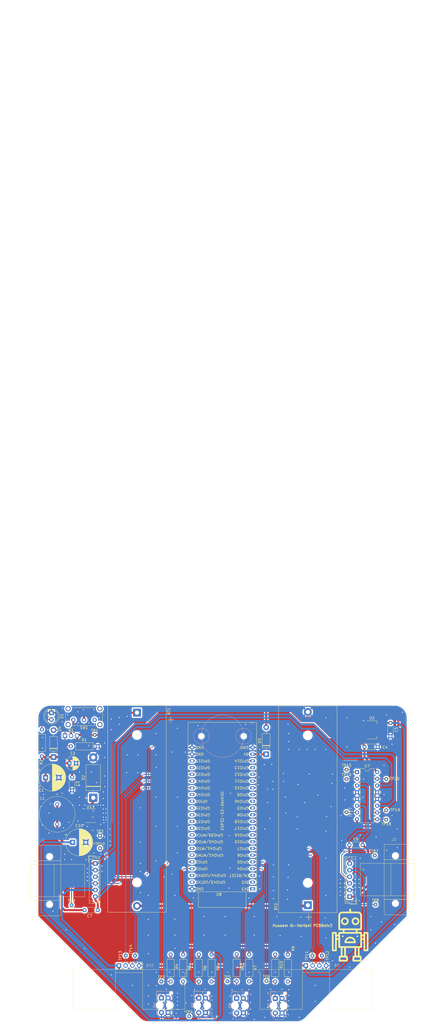
<source format=kicad_pcb>
(kicad_pcb (version 20241229) (generator "pcbnew") (generator_version "9.0")
  (layers (0 "F.Cu" signal) (2 "B.Cu" signal) (13 "F.Paste" user) (15 "B.Paste" user) (5 "F.SilkS" user "F.Silkscreen") (7 "B.SilkS" user "B.Silkscreen") (1 "F.Mask" user) (3 "B.Mask" user) (25 "Edge.Cuts" user))
  (net 0 "")
  (net 1 "GND")
  (net 2 "VCC")
  (net 3 "+5V")
  (net 4 "+3V3")
  (net 5 "Net-(D1-A)")
  (net 6 "+5VD")
  (net 7 "/VIN1")
  (net 8 "ENC1A")
  (net 9 "ENC1B")
  (net 10 "MOT1P")
  (net 11 "MOT1N")
  (net 12 "ENC2A")
  (net 13 "MOT2P")
  (net 14 "ENC2B")
  (net 15 "MOT2N")
  (net 16 "/VIN2")
  (net 17 "Net-(U3-A)")
  (net 18 "SENS_AN0")
  (net 19 "Net-(U4-A)")
  (net 20 "SENS_AN1")
  (net 21 "Net-(U5-A)")
  (net 22 "SENS_AN2")
  (net 23 "Net-(U6-A)")
  (net 24 "SENS_AN3")
  (net 27 "MOT1_EN")
  (net 28 "MOT1_B")
  (net 29 "MOT2_EN")
  (net 30 "MOT1_A")
  (net 31 "MOT2_B")
  (net 32 "MOT2_A")
  (net 34 "Echo1")
  (net 38 "Echo2")
  (net 42 "Trig1")
  (net 47 "Trig2")
  (net 50 "/VIN3")
  (net 51 "Net-(D4-A)")
  (net 52 "/POWA")
  (footprint "Resistor_THT:R_Axial_DIN0207_L6.3mm_D2.5mm_P10.16mm_Horizontal" (layer "F.Cu") (at 47.72 40.8)
    (property "Reference" "R1")
    (property "Value" "100k")
  )
  (footprint "Capacitor_THT:CP_Radial_D10.0mm_P5.00mm" (layer "F.Cu") (at 38.2 52.6)
    (property "Reference" "C1")
    (property "Value" "470u")
  )
  (footprint "Diode_THT:D_DO-41_SOD81_P10.16mm_Horizontal" (layer "F.Cu") (at 121.5 43.8 90)
    (property "Reference" "D3")
    (property "Value" "1N5817")
  )
  (footprint "Package_TO_SOT_THT:TO-251-3_Vertical" (layer "F.Cu") (at 45.51 36.8)
    (property "Reference" "Q1")
    (property "Value" "TSM480P06")
  )
  (footprint "TestPoint:TestPoint_THTPad_D1.5mm_Drill0.7mm" (layer "F.Cu") (at 138.95 119.75 90)
    (property "Reference" "TP11")
    (property "Value" "TRIG1")
  )
  (footprint "myparts:HC-SR04" (layer "F.Cu") (at 68.805 124.995 180)
    (property "Reference" "U10")
    (property "Value" "HC-SR04")
  )
  (footprint "TestPoint:TestPoint_THTPad_D1.5mm_Drill0.7mm" (layer "F.Cu") (at 151.835 49.61)
    (property "Reference" "TP15")
    (property "Value" "MOT2_EN")
  )
  (footprint "Diode_THT:D_DO-41_SOD81_P10.16mm_Horizontal" (layer "F.Cu") (at 41.2 44.88 90)
    (property "Reference" "D4")
    (property "Value" "1N47xxA")
  )
  (footprint "TestPoint:TestPoint_THTPad_D1.5mm_Drill0.7mm" (layer "F.Cu") (at 56.75 36.5)
    (property "Reference" "TP1")
    (property "Value" "VCC")
  )
  (footprint "Resistor_THT:R_Axial_DIN0207_L6.3mm_D2.5mm_P10.16mm_Horizontal" (layer "F.Cu") (at 124.9 119.34 -90)
    (property "Reference" "R10")
    (property "Value" "10k")
  )
  (footprint "Button_Switch_THT:SW_E-Switch_EG1224_SPDT_Angled" (layer "F.Cu") (at 56.7 30.85 180)
    (property "Reference" "SW1")
    (property "Value" "SW_Push_SPDT")
  )
  (footprint "Package_DIP:DIP-16_W7.62mm" (layer "F.Cu") (at 155.78 50.52)
    (property "Reference" "U7")
    (property "Value" "SN754410NE")
  )
  (footprint "Capacitor_THT:C_Disc_D4.3mm_W1.9mm_P5.00mm" (layer "F.Cu") (at 52.9 102.6)
    (property "Reference" "C7")
    (property "Value" "10n")
  )
  (footprint "Resistor_THT:R_Axial_DIN0207_L6.3mm_D2.5mm_P10.16mm_Horizontal" (layer "F.Cu") (at 115.1 119.29 -90)
    (property "Reference" "R7")
    (property "Value" "150")
  )
  (footprint "TestPoint:TestPoint_THTPad_D1.5mm_Drill0.7mm" (layer "F.Cu") (at 166.835 68.46 180)
    (property "Reference" "TP18")
    (property "Value" "MOT1_EN")
  )
  (footprint "Capacitor_THT:C_Disc_D4.3mm_W1.9mm_P5.00mm" (layer "F.Cu") (at 168.4 32 -90)
    (property "Reference" "C5")
    (property "Value" "1u")
  )
  (footprint "Resistor_THT:R_Axial_DIN0207_L6.3mm_D2.5mm_P10.16mm_Horizontal" (layer "F.Cu") (at 85.4 119.34 -90)
    (property "Reference" "R4")
    (property "Value" "10k")
  )
  (footprint "myparts:HC-SR04" (layer "F.Cu") (at 139.405 124.995 180)
    (property "Reference" "U9")
    (property "Value" "HC-SR04")
  )
  (footprint "TestPoint:TestPoint_THTPad_D1.5mm_Drill0.7mm" (layer "F.Cu") (at 166.835 64.91 180)
    (property "Reference" "TP19")
    (property "Value" "MOT1_A")
  )
  (footprint "Capacitor_THT:C_Disc_D4.3mm_W1.9mm_P5.00mm" (layer "F.Cu") (at 48.2 52.4 -90)
    (property "Reference" "C3")
    (property "Value" "1u")
  )
  (footprint "TestPoint:TestPoint_THTPad_D1.5mm_Drill0.7mm" (layer "F.Cu") (at 162.5 82)
    (property "Reference" "TP7")
    (property "Value" "ENC1A")
  )
  (footprint "Battery:BatteryHolder_MPD_BK-18650-PC2" (layer "F.Cu") (at 137.2 100.745 90)
    (property "Reference" "BT2")
    (property "Value" "Battery_Cell")
  )
  (footprint "Capacitor_THT:CP_Radial_D5.0mm_P2.50mm" (layer "F.Cu") (at 47.194888 47.2)
    (property "Reference" "C2")
    (property "Value" "10u")
  )
  (footprint "Capacitor_THT:CP_Radial_D10.0mm_P5.00mm" (layer "F.Cu") (at 48.382323 77)
    (property "Reference" "C10")
    (property "Value" "330u")
  )
  (footprint "logos:robot" (layer "F.Cu") (at 153.2 112)
    (property "Reference" "G***" (hide yes))
    (property "Value" "LOGO" (hide yes))
  )
  (footprint "myparts:AIUR-06_ABRv2" (layer "F.Cu") (at 42.6 66.45 -90)
    (property "Reference" "L1")
    (property "Value" "47u")
  )
  (footprint "TestPoint:TestPoint_THTPad_D1.5mm_Drill0.7mm" (layer "F.Cu") (at 68.45 119.75 90)
    (property "Reference" "TP13")
    (property "Value" "TRIG2")
  )
  (footprint "LED_THT:LED_D5.0mm" (layer "F.Cu") (at 40.4 28.16 -90)
    (property "Reference" "D1")
    (property "Value" "LED")
  )
  (footprint "TestPoint:TestPoint_THTPad_D1.5mm_Drill0.7mm" (layer "F.Cu") (at 121.6 129.3)
    (property "Reference" "TP6")
    (property "Value" "SENS_AN3")
  )
  (footprint "Resistor_THT:R_Axial_DIN0207_L6.3mm_D2.5mm_P10.16mm_Horizontal" (layer "F.Cu") (at 36.8 44.6 90)
    (property "Reference" "R2")
    (property "Value" "470")
  )
  (footprint "Resistor_THT:R_Axial_DIN0207_L6.3mm_D2.5mm_P10.16mm_Horizontal" (layer "F.Cu") (at 100.85 119.34 -90)
    (property "Reference" "R5")
    (property "Value" "100")
  )
  (footprint "TestPoint:TestPoint_THTPad_D1.5mm_Drill0.7mm" (layer "F.Cu") (at 166.835 53.16 180)
    (property "Reference" "TP20")
    (property "Value" "MOT1_B")
  )
  (footprint "TestPoint:TestPoint_THTPad_D1.5mm_Drill0.7mm" (layer "F.Cu") (at 151.835 65.66 -90)
    (property "Reference" "TP17")
    (property "Value" "MOT2_B")
  )
  (footprint "TestPoint:TestPoint_THTPad_D1.5mm_Drill0.7mm" (layer "F.Cu") (at 142.5 119.75 90)
    (property "Reference" "TP12")
    (property "Value" "ECHO1")
  )
  (footprint "Resistor_THT:R_Axial_DIN0207_L6.3mm_D2.5mm_P10.16mm_Horizontal" (layer "F.Cu") (at 96.05 119.34 -90)
    (property "Reference" "R6")
    (property "Value" "10k")
  )
  (footprint "Capacitor_THT:C_Disc_D4.3mm_W1.9mm_P5.00mm" (layer "F.Cu") (at 152.9 78)
    (property "Reference" "C6")
    (property "Value" "10n")
  )
  (footprint "TestPoint:TestPoint_THTPad_D1.5mm_Drill0.7mm" (layer "F.Cu") (at 92.45 142.6)
    (property "Reference" "TP4")
    (property "Value" "SENS_AN1")
  )
  (footprint "TestPoint:TestPoint_THTPad_D1.5mm_Drill0.7mm" (layer "F.Cu") (at 81.9 129.5)
    (property "Reference" "TP3")
    (property "Value" "SENS_AN0")
  )
  (footprint "TestPoint:TestPoint_THTPad_D1.5mm_Drill0.7mm" (layer "F.Cu") (at 58.75 74.5)
    (property "Reference" "TP2")
    (property "Value" "GND")
  )
  (footprint "TestPoint:TestPoint_THTPad_D1.5mm_Drill0.7mm" (layer "F.Cu") (at 72 119.75 90)
    (property "Reference" "TP14")
    (property "Value" "ECHO2")
  )
  (footprint "TestPoint:TestPoint_THTPad_D1.5mm_Drill0.7mm" (layer "F.Cu") (at 58.75 79.25)
    (property "Reference" "TP10")
    (property "Value" "ENC2B")
  )
  (footprint "Package_TO_SOT_SMD:SOT-223-3_TabPin2" (layer "F.Cu") (at 161.4 34.6)
    (property "Reference" "U2")
    (property "Value" "LM1117MP-3.3")
  )
  (footprint "Package_SO:SOP-8_3.9x4.9mm_P1.27mm" (layer "F.Cu") (at 55.2 67)
    (property "Reference" "U11")
    (property "Value" "AP1509-50SG-13")
  )
  (footprint "Diode_THT:D_DO-201AD_P15.24mm_Horizontal" (layer "F.Cu") (at 56.2 60.22 90)
    (property "Reference" "D2")
    (property "Value" "1N5822")
  )
  (footprint "myparts:n20motorencv2" (layer "F.Cu") (at 44.6 91.38 180)
    (property "Reference" "J2")
    (property "Value" "n20motorenc")
  )
  (footprint "Capacitor_THT:C_Disc_D4.3mm_W1.9mm_P5.00mm" (layer "F.Cu") (at 158.6 41)
    (property "Reference" "C4")
    (property "Value" "1u")
  )
  (footprint "myparts:n20motorencv2" (layer "F.Cu") (at 165.39 91.12)
    (property "Reference" "J3")
    (property "Value" "n20motorenc")
  )
  (footprint "TestPoint:TestPoint_THTPad_D1.5mm_Drill0.7mm" (layer "F.Cu") (at 151.835 53.16)
    (property "Reference" "TP16")
    (property "Value" "MOT2_A")
  )
  (footprint "Battery:BatteryHolder_MPD_BK-18650-PC2" (layer "F.Cu") (at 72.7 28.1 -90)
    (property "Reference" "BT1")
    (property "Value" "Battery_Cell")
  )
  (footprint "Resistor_THT:R_Axial_DIN0207_L6.3mm_D2.5mm_P10.16mm_Horizontal" (layer "F.Cu") (at 90.15 119.34 -90)
    (property "Reference" "R3")
    (property "Value" "150")
  )
  (footprint "Resistor_THT:R_Axial_DIN0207_L6.3mm_D2.5mm_P10.16mm_Horizontal" (layer "F.Cu") (at 110.35 119.29 -90)
    (property "Reference" "R8")
    (property "Value" "10k")
  )
  (footprint "TestPoint:TestPoint_THTPad_D1.5mm_Drill0.7mm" (layer "F.Cu") (at 48 100.75)
    (property "Reference" "TP9")
    (property "Value" "ENC2A")
  )
  (footprint "TestPoint:TestPoint_THTPad_D1.5mm_Drill0.7mm" (layer "F.Cu") (at 106.85 129.45)
    (property "Reference" "TP5")
    (property "Value" "SENS_AN2")
  )
  (footprint "TestPoint:TestPoint_THTPad_D1.5mm_Drill0.7mm" (layer "F.Cu") (at 162.75 100.5)
    (property "Reference" "TP8")
    (property "Value" "ENC1B")
  )
  (footprint "Resistor_THT:R_Axial_DIN0207_L6.3mm_D2.5mm_P10.16mm_Horizontal" (layer "F.Cu") (at 129.65 119.34 -90)
    (property "Reference" "R9")
    (property "Value" "150")
  )
  (footprint "myparts:ESP32-S3-DevKitC" (layer "F.Cu") (at 116.36 94.55728 180)
    (property "Reference" "U8")
    (property "Value" "ESP32-S3-DevKitC")
  )
  (footprint "myparts:Vishay_TCRT5000" (layer "B.Cu") (at 96.03 135.75 -90)
    (property "Reference" "U4")
    (property "Value" "TCRT5000")
  )
  (footprint "myparts:Vishay_TCRT5000" (layer "B.Cu") (at 124.93 135.9 -90)
    (property "Reference" "U6")
    (property "Value" "TCRT5000")
  )
  (footprint "myparts:Vishay_TCRT5000" (layer "B.Cu") (at 81.93 135.7 -90)
    (property "Reference" "U3")
    (property "Value" "TCRT5000")
  )
  (footprint "myparts:N20CasterSteelBall-Mini" (layer "B.Cu") (at 105 37 180)
    (property "Reference" "J4")
    (property "Value" "Castor Wheel")
  )
  (footprint "myparts:Vishay_TCRT5000" (layer "B.Cu") (at 110.33 135.85 -90)
    (property "Reference" "U5")
    (property "Value" "TCRT5000")
  )
  (gr_line (start 35 100) (end 35 30) (stroke (width 0.05)) (layer "Edge.Cuts"))
  (gr_arc (start 77.071068 145) (mid 75.157658 144.619387) (end 73.535534 143.535534) (stroke (width 0.05)) (layer "Edge.Cuts"))
  (gr_line (start 175 105) (end 175 100) (stroke (width 0.05)) (layer "Edge.Cuts"))
  (gr_line (start 175 30) (end 175 100) (stroke (width 0.05)) (layer "Edge.Cuts"))
  (gr_arc (start 170 25) (mid 173.535534 26.464466) (end 175 30) (stroke (width 0.05)) (layer "Edge.Cuts"))
  (gr_line (start 175 105) (end 136.464466 143.535534) (stroke (width 0.05)) (layer "Edge.Cuts"))
  (gr_line (start 132.928932 145) (end 85 145) (stroke (width 0.05)) (layer "Edge.Cuts"))
  (gr_line (start 35 105) (end 35 100) (stroke (width 0.05)) (layer "Edge.Cuts"))
  (gr_line (start 73.535534 143.535534) (end 35 105) (stroke (width 0.05)) (layer "Edge.Cuts"))
  (gr_line (start 80 145) (end 77.071068 145) (stroke (width 0.05)) (layer "Edge.Cuts"))
  (gr_line (start 40 25) (end 170 25) (stroke (width 0.05)) (layer "Edge.Cuts"))
  (gr_arc (start 35 30) (mid 36.464466 26.464466) (end 40 25) (stroke (width 0.05)) (layer "Edge.Cuts"))
  (gr_arc (start 136.464466 143.535534) (mid 134.842351 144.619408) (end 132.928932 145) (stroke (width 0.05)) (layer "Edge.Cuts"))
  (gr_line (start 85 145) (end 80 145) (stroke (width 0.05)) (layer "Edge.Cuts"))
  (gr_text "Hussam Al-Hertani PCBBotv3" (at 123.8 109 0) (layer "F.SilkS") (effects (font (size 1 1) (thickness 0.2) (bold yes)) (justify left bottom)))
  (via (at 120.8 47.7) (size 0.762) (drill 0.381) (layers "F.Cu" "B.Cu") (net 1))
  (via (at 155 91) (size 0.762) (drill 0.381) (layers "F.Cu" "B.Cu") (net 1))
  (via (at 88 34) (size 0.762) (drill 0.381) (layers "F.Cu" "B.Cu") (net 1))
  (via (at 44.5 58.5) (size 0.762) (drill 0.381) (layers "F.Cu" "B.Cu") (net 1))
  (via (at 69 44) (size 0.762) (drill 0.381) (layers "F.Cu" "B.Cu") (net 1))
  (via (at 68.75 50.75) (size 0.762) (drill 0.381) (layers "F.Cu" "B.Cu") (net 1))
  (via (at 107.5 94.25) (size 0.762) (drill 0.381) (layers "F.Cu" "B.Cu") (net 1))
  (via (at 55.5 50.5) (size 0.762) (drill 0.381) (layers "F.Cu" "B.Cu") (net 1))
  (via (at 54 91.5) (size 0.762) (drill 0.381) (layers "F.Cu" "B.Cu") (net 1))
  (via (at 166 59) (size 0.762) (drill 0.381) (layers "F.Cu" "B.Cu") (net 1))
  (via (at 126.2 137.6) (size 0.762) (drill 0.381) (layers "F.Cu" "B.Cu") (net 1))
  (via (at 98 105) (size 0.762) (drill 0.381) (layers "F.Cu" "B.Cu") (net 1))
  (via (at 126.2 142.8) (size 0.762) (drill 0.381) (layers "F.Cu" "B.Cu") (net 1))
  (via (at 144 72.75) (size 0.762) (drill 0.381) (layers "F.Cu" "B.Cu") (net 1))
  (via (at 158.25 87.25) (size 0.762) (drill 0.381) (layers "F.Cu" "B.Cu") (net 1))
  (via (at 60 60.5) (size 0.762) (drill 0.381) (layers "F.Cu" "B.Cu") (net 1))
  (via (at 80 44) (size 0.762) (drill 0.381) (layers "F.Cu" "B.Cu") (net 1))
  (via (at 158 60) (size 0.762) (drill 0.381) (layers "F.Cu" "B.Cu") (net 1))
  (via (at 106 105) (size 0.762) (drill 0.381) (layers "F.Cu" "B.Cu") (net 1))
  (via (at 37 37.5) (size 0.762) (drill 0.381) (layers "F.Cu" "B.Cu") (net 1))
  (via (at 157 74.25) (size 0.762) (drill 0.381) (layers "F.Cu" "B.Cu") (net 1))
  (via (at 87 117) (size 0.762) (drill 0.381) (layers "F.Cu" "B.Cu") (net 1))
  (via (at 146.25 54.75) (size 0.762) (drill 0.381) (layers "F.Cu" "B.Cu") (net 1))
  (via (at 74 77) (size 0.762) (drill 0.381) (layers "F.Cu" "B.Cu") (net 1))
  (via (at 80 48.75) (size 0.762) (drill 0.381) (layers "F.Cu" "B.Cu") (net 1))
  (via (at 140 137) (size 0.762) (drill 0.381) (layers "F.Cu" "B.Cu") (net 1))
  (via (at 88 134) (size 0.762) (drill 0.381) (layers "F.Cu" "B.Cu") (net 1))
  (via (at 161 110) (size 0.762) (drill 0.381) (layers "F.Cu" "B.Cu") (net 1))
  (via (at 52.5 27) (size 0.762) (drill 0.381) (layers "F.Cu" "B.Cu") (net 1))
  (via (at 59 63) (size 0.762) (drill 0.381) (layers "F.Cu" "B.Cu") (net 1))
  (via (at 144 113) (size 0.762) (drill 0.381) (layers "F.Cu" "B.Cu") (net 1))
  (via (at 56.5 77.5) (size 0.762) (drill 0.381) (layers "F.Cu" "B.Cu") (net 1))
  (via (at 107.75 86.75) (size 0.762) (drill 0.381) (layers "F.Cu" "B.Cu") (net 1))
  (via (at 163 75) (size 0.762) (drill 0.381) (layers "F.Cu" "B.Cu") (net 1))
  (via (at 115 141.8) (size 0.762) (drill 0.381) (layers "F.Cu" "B.Cu") (net 1))
  (via (at 140 131) (size 0.762) (drill 0.381) (layers "F.Cu" "B.Cu") (net 1))
  (via (at 150 76.25) (size 0.762) (drill 0.381) (layers "F.Cu" "B.Cu") (net 1))
  (via (at 144.25 67.25) (size 0.762) (drill 0.381) (layers "F.Cu" "B.Cu") (net 1))
  (via (at 146.5 51.25) (size 0.762) (drill 0.381) (layers "F.Cu" "B.Cu") (net 1))
  (via (at 97.4 137.4) (size 0.762) (drill 0.381) (layers "F.Cu" "B.Cu") (net 1))
  (via (at 83.2 137.4) (size 0.762) (drill 0.381) (layers "F.Cu" "B.Cu") (net 1))
  (via (at 115.6 134.4) (size 0.762) (drill 0.381) (layers "F.Cu" "B.Cu") (net 1))
  (via (at 51 63) (size 0.762) (drill 0.381) (layers "F.Cu" "B.Cu") (net 1))
  (via (at 60.5 45) (size 0.762) (drill 0.381) (layers "F.Cu" "B.Cu") (net 1))
  (via (at 112.4 132.6) (size 0.762) (drill 0.381) (layers "F.Cu" "B.Cu") (net 1))
  (via (at 124.25 90) (size 0.762) (drill 0.381) (layers "F.Cu" "B.Cu") (net 1))
  (via (at 77 106) (size 0.762) (drill 0.381) (layers "F.Cu" "B.Cu") (net 1))
  (via (at 62.5 72) (size 0.762) (drill 0.381) (layers "F.Cu" "B.Cu") (net 1))
  (via (at 126.2 139.4) (size 0.762) (drill 0.381) (layers "F.Cu" "B.Cu") (net 1))
  (via (at 151 94) (size 0.762) (drill 0.381) (layers "F.Cu" "B.Cu") (net 1))
  (via (at 123.6 47.6) (size 0.762) (drill 0.381) (layers "F.Cu" "B.Cu") (net 1))
  (via (at 171 79) (size 0.762) (drill 0.381) (layers "F.Cu" "B.Cu") (net 1))
  (via (at 133.25 72) (size 0.762) (drill 0.381) (layers "F.Cu" "B.Cu") (net 1))
  (via (at 123 68) (size 0.762) (drill 0.381) (layers "F.Cu" "B.Cu") (net 1))
  (via (at 87 112) (size 0.762) (drill 0.381) (layers "F.Cu" "B.Cu") (net 1))
  (via (at 161 105) (size 0.762) (drill 0.381) (layers "F.Cu" "B.Cu") (net 1))
  (via (at 83.8 132.4) (size 0.762) (drill 0.381) (layers "F.Cu" "B.Cu") (net 1))
  (via (at 50.5 32) (size 0.762) (drill 0.381) (layers "F.Cu" "B.Cu") (net 1))
  (via (at 152 41) (size 0.762) (drill 0.381) (layers "F.Cu" "B.Cu") (net 1))
  (via (at 111.6 139.8) (size 0.762) (drill 0.381) (layers "F.Cu" "B.Cu") (net 1))
  (via (at 146.5 121.75) (size 0.762) (drill 0.381) (layers "F.Cu" "B.Cu") (net 1))
  (via (at 134.75 112.5) (size 0.762) (drill 0.381) (layers "F.Cu" "B.Cu") (net 1))
  (via (at 95.75 33) (size 0.762) (drill 0.381) (layers "F.Cu" "B.Cu") (net 1))
  (via (at 80 60) (size 0.762) (drill 0.381) (layers "F.Cu" "B.Cu") (net 1))
  (via (at 118.75 52.5) (size 0.762) (drill 0.381) (layers "F.Cu" "B.Cu") (net 1))
  (via (at 136 62) (size 0.762) (drill 0.381) (layers "F.Cu" "B.Cu") (net 1))
  (via (at 83.2 142.8) (size 0.762) (drill 0.381) (layers "F.Cu" "B.Cu") (net 1))
  (via (at 119 89.75) (size 0.762) (drill 0.381) (layers "F.Cu" "B.Cu") (net 1))
  (via (at 50.4 27.8) (size 0.762) (drill 0.381) (layers "F.Cu" "B.Cu") (net 1))
  (via (at 50.4 69) (size 0.762) (drill 0.381) (layers "F.Cu" "B.Cu") (net 1))
  (via (at 157 83) (size 0.762) (drill 0.381) (layers "F.Cu" "B.Cu") (net 1))
  (via (at 62.6 74.2) (size 0.762) (drill 0.381) (layers "F.Cu" "B.Cu") (net 1))
  (via (at 87 97) (size 0.762) (drill 0.381) (layers "F.Cu" "B.Cu") (net 1))
  (via (at 69 29.5) (size 0.762) (drill 0.381) (layers "F.Cu" "B.Cu") (net 1))
  (via (at 133.5 55.25) (size 0.762) (drill 0.381) (layers "F.Cu" "B.Cu") (net 1))
  (via (at 51 55.5) (size 0.762) (drill 0.381) (layers "F.Cu" "B.Cu") (net 1))
  (via (at 88 137) (size 0.762) (drill 0.381) (layers "F.Cu" "B.Cu") (net 1))
  (via (at 144 30) (size 0.762) (drill 0.381) (layers "F.Cu" "B.Cu") (net 1))
  (via (at 88 71) (size 0.762) (drill 0.381) (layers "F.Cu" "B.Cu") (net 1))
  (via (at 134 42) (size 0.762) (drill 0.381) (layers "F.Cu" "B.Cu") (net 1))
  (via (at 39.5 66) (size 0.762) (drill 0.381) (layers "F.Cu" "B.Cu") (net 1))
  (via (at 121 72) (size 0.762) (drill 0.381) (layers "F.Cu" "B.Cu") (net 1))
  (via (at 45 71.5) (size 0.762) (drill 0.381) (layers "F.Cu" "B.Cu") (net 1))
  (via (at 122 57) (size 0.762) (drill 0.381) (layers "F.Cu" "B.Cu") (net 1))
  (via (at 118.5 55.25) (size 0.762) (drill 0.381) (layers "F.Cu" "B.Cu") (net 1))
  (via (at 94 98) (size 0.762) (drill 0.381) (layers "F.Cu" "B.Cu") (net 1))
  (via (at 61 64.4) (size 0.762) (drill 0.381) (layers "F.Cu" "B.Cu") (net 1))
  (via (at 137 42) (size 0.762) (drill 0.381) (layers "F.Cu" "B.Cu") (net 1))
  (via (at 149.75 67) (size 0.762) (drill 0.381) (layers "F.Cu" "B.Cu") (net 1))
  (via (at 62.6 76.6) (size 0.762) (drill 0.381) (layers "F.Cu" "B.Cu") (net 1))
  (via (at 169 40) (size 0.762) (drill 0.381) (layers "F.Cu" "B.Cu") (net 1))
  (via (at 130 138.8) (size 0.762) (drill 0.381) (layers "F.Cu" "B.Cu") (net 1))
  (via (at 170 108) (size 0.762) (drill 0.381) (layers "F.Cu" "B.Cu") (net 1))
  (via (at 158.25 53.25) (size 0.762) (drill 0.381) (layers "F.Cu" "B.Cu") (net 1))
  (via (at 129.75 90.25) (size 0.762) (drill 0.381) (layers "F.Cu" "B.Cu") (net 1))
  (via (at 122 62) (size 0.762) (drill 0.381) (layers "F.Cu" "B.Cu") (net 1))
  (via (at 77 97) (size 0.762) (drill 0.381) (layers "F.Cu" "B.Cu") (net 1))
  (via (at 140 42) (size 0.762) (drill 0.381) (layers "F.Cu" "B.Cu") (net 1))
  (via (at 101 140) (size 0.762) (drill 0.381) (layers "F.Cu" "B.Cu") (net 1))
  (via (at 115 132.6) (size 0.762) (drill 0.381) (layers "F.Cu" "B.Cu") (net 1))
  (via (at 128 54) (size 0.762) (drill 0.381) (layers "F.Cu" "B.Cu") (net 1))
  (via (at 166 48) (size 0.762) (drill 0.381) (layers "F.Cu" "B.Cu") (net 1))
  (via (at 167 80) (size 0.762) (drill 0.381) (layers "F.Cu" "B.Cu") (net 1))
  (via (at 58.5 30) (size 0.762) (drill 0.381) (layers "F.Cu" "B.Cu") (net 1))
  (via (at 97.5 133.5) (size 0.762) (drill 0.381) (layers "F.Cu" "B.Cu") (net 1))
  (via (at 86 43) (size 0.762) (drill 0.381) (layers "F.Cu" "B.Cu") (net 1))
  (via (at 60.5 39.5) (size 0.762) (drill 0.381) (layers "F.Cu" "B.Cu") (net 1))
  (via (at 54.5 40.5) (size 0.762) (drill 0.381) (layers "F.Cu" "B.Cu") (net 1))
  (via (at 130 85.5) (size 0.762) (drill 0.381) (layers "F.Cu" "B.Cu") (net 1))
  (via (at 60 66) (size 0.762) (drill 0.381) (layers "F.Cu" "B.Cu") (net 1))
  (via (at 155 94) (size 0.762) (drill 0.381) (layers "F.Cu" "B.Cu") (net 1))
  (via (at 74 88) (size 0.762) (drill 0.381) (layers "F.Cu" "B.Cu") (net 1))
  (via (at 126.75 112.25) (size 0.762) (drill 0.381) (layers "F.Cu" "B.Cu") (net 1))
  (via (at 98.4 132.4) (size 0.762) (drill 0.381) (layers "F.Cu" "B.Cu") (net 1))
  (via (at 108 58.5) (size 0.762) (drill 0.381) (layers "F.Cu" "B.Cu") (net 1))
  (via (at 87.5 141.5) (size 0.762) (drill 0.381) (layers "F.Cu" "B.Cu") (net 1))
  (via (at 90 126) (size 0.762) (drill 0.381) (layers "F.Cu" "B.Cu") (net 1))
  (via (at 62.6 78.2) (size 0.762) (drill 0.381) (layers "F.Cu" "B.Cu") (net 1))
  (via (at 63 34.5) (size 0.762) (drill 0.381) (layers "F.Cu" "B.Cu") (net 1))
  (via (at 77 131) (size 0.762) (drill 0.381) (layers "F.Cu" "B.Cu") (net 1))
  (via (at 54 71) (size 0.762) (drill 0.381) (layers "F.Cu" "B.Cu") (net 1))
  (via (at 129.8 142) (size 0.762) (drill 0.381) (layers "F.Cu" "B.Cu") (net 1))
  (via (at 133.25 67.5) (size 0.762) (drill 0.381) (layers "F.Cu" "B.Cu") (net 1))
  (via (at 77 135) (size 0.762) (drill 0.381) (layers "F.Cu" "B.Cu") (net 1))
  (via (at 45.5 81.5) (size 0.762) (drill 0.381) (layers "F.Cu" "B.Cu") (net 1))
  (via (at 124 54) (size 0.762) (drill 0.381) (layers "F.Cu" "B.Cu") (net 1))
  (via (at 37 41.5) (size 0.762) (drill 0.381) (layers "F.Cu" "B.Cu") (net 1))
  (via (at 54 90) (size 0.762) (drill 0.381) (layers "F.Cu" "B.Cu") (net 1))
  (via (at 151 92.5) (size 0.762) (drill 0.381) (layers "F.Cu" "B.Cu") (net 1))
  (via (at 59.5 88) (size 0.762) (drill 0.381) (layers "F.Cu" "B.Cu") (net 1))
  (via (at 129.4 140.4) (size 0.762) (drill 0.381) (layers "F.Cu" "B.Cu") (net 1))
  (via (at 128 51) (size 0.762) (drill 0.381) (layers "F.Cu" "B.Cu") (net 1))
  (via (at 156.5 91) (size 0.762) (drill 0.381) (layers "F.Cu" "B.Cu") (net 1))
  (via (at 162.75 115) (size 0.762) (drill 0.381) (layers "F.Cu" "B.Cu") (net 1))
  (via (at 56.5 63.5) (size 0.762) (drill 0.381) (layers "F.Cu" "B.Cu") (net 1))
  (via (at 115 126) (size 0.762) (drill 0.381) (layers "F.Cu" "B.Cu") (net 1))
  (via (at 36 56) (size 0.762) (drill 0.381) (layers "F.Cu" "B.Cu") (net 1))
  (via (at 119 94.5) (size 0.762) (drill 0.381) (layers "F.Cu" "B.Cu") (net 1))
  (via (at 60.5 75) (size 0.762) (drill 0.381) (layers "F.Cu" "B.Cu") (net 1))
  (via (at 156.5 99) (size 0.762) (drill 0.381) (layers "F.Cu" "B.Cu") (net 1))
  (via (at 130 42) (size 0.762) (drill 0.381) (layers "F.Cu" "B.Cu") (net 1))
  (via (at 54 87) (size 0.762) (drill 0.381) (layers "F.Cu" "B.Cu") (net 1))
  (via (at 149.5 97) (size 0.762) (drill 0.381) (layers "F.Cu" "B.Cu") (net 1))
  (via (at 88 140) (size 0.762) (drill 0.381) (layers "F.Cu" "B.Cu") (net 1))
  (via (at 130 134.8) (size 0.762) (drill 0.381) (layers "F.Cu" "B.Cu") (net 1))
  (via (at 77 112) (size 0.762) (drill 0.381) (layers "F.Cu" "B.Cu") (net 1))
  (via (at 46 110) (size 0.762) (drill 0.381) (layers "F.Cu" "B.Cu") (net 1))
  (via (at 98 112) (size 0.762) (drill 0.381) (layers "F.Cu" "B.Cu") (net 1))
  (via (at 134 143) (size 0.762) (drill 0.381) (layers "F.Cu" "B.Cu") (net 1))
  (via (at 156.5 94) (size 0.762) (drill 0.381) (layers "F.Cu" "B.Cu") (net 1))
  (via (at 129.75 32.5) (size 0.762) (drill 0.381) (layers "F.Cu" "B.Cu") (net 1))
  (via (at 71 131) (size 0.762) (drill 0.381) (layers "F.Cu" "B.Cu") (net 1))
  (via (at 91.2 137.6) (size 0.762) (drill 0.381) (layers "F.Cu" "B.Cu") (net 1))
  (via (at 146 63.5) (size 0.762) (drill 0.381) (layers "F.Cu" "B.Cu") (net 1))
  (via (at 122.2 134) (size 0.762) (drill 0.381) (layers "F.Cu" "B.Cu") (net 1))
  (via (at 60.5 52) (size 0.762) (drill 0.381) (layers "F.Cu" "B.Cu") (net 1))
  (via (at 59 81.5) (size 0.762) (drill 0.381) (layers "F.Cu" "B.Cu") (net 1))
  (via (at 53 63) (size 0.762) (drill 0.381) (layers "F.Cu" "B.Cu") (net 1))
  (via (at 128.75 60) (size 0.762) (drill 0.381) (layers "F.Cu" "B.Cu") (net 1))
  (via (at 36.5 63.5) (size 0.762) (drill 0.381) (layers "F.Cu" "B.Cu") (net 1))
  (via (at 80 126) (size 0.762) (drill 0.381) (layers "F.Cu" "B.Cu") (net 1))
  (via (at 88 135.5) (size 0.762) (drill 0.381) (layers "F.Cu" "B.Cu") (net 1))
  (via (at 60 58) (size 0.762) (drill 0.381) (layers "F.Cu" "B.Cu") (net 1))
  (via (at 107.8 141.4) (size 0.762) (drill 0.381) (layers "F.Cu" "B.Cu") (net 1))
  (via (at 173 28) (size 0.762) (drill 0.381) (layers "F.Cu" "B.Cu") (net 1))
  (via (at 66 32.5) (size 0.762) (drill 0.381) (layers "F.Cu" "B.Cu") (net 1))
  (via (at 115.6 137.4) (size 0.762) (drill 0.381) (layers "F.Cu" "B.Cu") (net 1))
  (via (at 47 69.5) (size 0.762) (drill 0.381) (layers "F.Cu" "B.Cu") (net 1))
  (via (at 60 68.5) (size 0.762) (drill 0.381) (layers "F.Cu" "B.Cu") (net 1))
  (via (at 129.5 98.5) (size 0.762) (drill 0.381) (layers "F.Cu" "B.Cu") (net 1))
  (via (at 167 29) (size 0.762) (drill 0.381) (layers "F.Cu" "B.Cu") (net 1))
  (via (at 165 107) (size 0.762) (drill 0.381) (layers "F.Cu" "B.Cu") (net 1))
  (via (at 101 126) (size 0.762) (drill 0.381) (layers "F.Cu" "B.Cu") (net 1))
  (via (at 54 88.5) (size 0.762) (drill 0.381) (layers "F.Cu" "B.Cu") (net 1))
  (via (at 124.25 98.25) (size 0.762) (drill 0.381) (layers "F.Cu" "B.Cu") (net 1))
  (via (at 122.2 136.6) (size 0.762) (drill 0.381) (layers "F.Cu" "B.Cu") (net 1))
  (via (at 123.2 132.4) (size 0.762) (drill 0.381) (layers "F.Cu" "B.Cu") (net 1))
  (via (at 107.5 74.5) (size 0.762) (drill 0.381) (layers "F.Cu" "B.Cu") (net 1))
  (via (at 58 63) (size 0.762) (drill 0.381) (layers "F.Cu" "B.Cu") (net 1))
  (via (at 44.5 31.5) (size 0.762) (drill 0.381) (layers "F.Cu" "B.Cu") (net 1))
  (via (at 51 60) (size 0.762) (drill 0.381) (layers "F.Cu" "B.Cu") (net 1))
  (via (at 54.5 32) (size 0.762) (drill 0.381) (layers "F.Cu" "B.Cu") (net 1))
  (via (at 144 97) (size 0.762) (drill 0.381) (layers "F.Cu" "B.Cu") (net 1))
  (via (at 129 66) (size 0.762) (drill 0.381) (layers "F.Cu" "B.Cu") (net 1))
  (via (at 107.8 135) (size 0.762) (drill 0.381) (layers "F.Cu" "B.Cu") (net 1))
  (via (at 86 89) (size 0.762) (drill 0.381) (layers "F.Cu" "B.Cu") (net 1))
  (via (at 130 132.6) (size 0.762) (drill 0.381) (layers "F.Cu" "B.Cu") (net 1))
  (via (at 83 139.6) (size 0.762) (drill 0.381) (layers "F.Cu" "B.Cu") (net 1))
  (via (at 44.5 26.5) (size 0.762) (drill 0.381) (layers "F.Cu" "B.Cu") (net 1))
  (via (at 63 30.5) (size 0.762) (drill 0.381) (layers "F.Cu" "B.Cu") (net 1))
  (via (at 80 131) (size 0.762) (drill 0.381) (layers "F.Cu" "B.Cu") (net 1))
  (via (at 97.4 139.6) (size 0.762) (drill 0.381) (layers "F.Cu" "B.Cu") (net 1))
  (via (at 93.4 134.8) (size 0.762) (drill 0.381) (layers "F.Cu" "B.Cu") (net 1))
  (via (at 153 124) (size 0.762) (drill 0.381) (layers "F.Cu" "B.Cu") (net 1))
  (via (at 80 36) (size 0.762) (drill 0.381) (layers "F.Cu" "B.Cu") (net 1))
  (via (at 60 64.5) (size 0.762) (drill 0.381) (layers "F.Cu" "B.Cu") (net 1))
  (via (at 125 126) (size 0.762) (drill 0.381) (layers "F.Cu" "B.Cu") (net 1))
  (via (at 111.6 137.6) (size 0.762) (drill 0.381) (layers "F.Cu" "B.Cu") (net 1))
  (via (at 80 84) (size 0.762) (drill 0.381) (layers "F.Cu" "B.Cu") (net 1))
  (via (at 56.2 65.2) (size 0.762) (drill 0.381) (layers "F.Cu" "B.Cu") (net 1))
  (via (at 46.5 29) (size 0.762) (drill 0.381) (layers "F.Cu" "B.Cu") (net 1))
  (via (at 117 112) (size 0.762) (drill 0.381) (layers "F.Cu" "B.Cu") (net 1))
  (via (at 60.2 69.6) (size 0.762) (drill 0.381) (layers "F.Cu" "B.Cu") (net 1))
  (via (at 85 126) (size 0.762) (drill 0.381) (layers "F.Cu" "B.Cu") (net 1))
  (via (at 74 96) (size 0.762) (drill 0.381) (layers "F.Cu" "B.Cu") (net 1))
  (via (at 130 136.8) (size 0.762) (drill 0.381) (layers "F.Cu" "B.Cu") (net 1))
  (via (at 115.6 140) (size 0.762) (drill 0.381) (layers "F.Cu" "B.Cu") (net 1))
  (via (at 101 142.5) (size 0.762) (drill 0.381) (layers "F.Cu" "B.Cu") (net 1))
  (via (at 117 143.8) (size 0.762) (drill 0.381) (layers "F.Cu" "B.Cu") (net 1))
  (via (at 61 66) (size 0.762) (drill 0.381) (layers "F.Cu" "B.Cu") (net 1))
  (via (at 56 67.5) (size 0.762) (drill 0.381) (layers "F.Cu" "B.Cu") (net 1))
  (via (at 108.6 132.6) (size 0.762) (drill 0.381) (layers "F.Cu" "B.Cu") (net 1))
  (via (at 124.25 85.5) (size 0.762) (drill 0.381) (layers "F.Cu" "B.Cu") (net 1))
  (via (at 101 136.5) (size 0.762) (drill 0.381) (layers "F.Cu" "B.Cu") (net 1))
  (via (at 137.75 51.25) (size 0.762) (drill 0.381) (layers "F.Cu" "B.Cu") (net 1))
  (via (at 124.25 95.25) (size 0.762) (drill 0.381) (layers "F.Cu" "B.Cu") (net 1))
  (via (at 134.5 105.25) (size 0.762) (drill 0.381) (layers "F.Cu" "B.Cu") (net 1))
  (via (at 83 90) (size 0.762) (drill 0.381) (layers "F.Cu" "B.Cu") (net 1))
  (via (at 88 60) (size 0.762) (drill 0.381) (layers "F.Cu" "B.Cu") (net 1))
  (via (at 59.5 86) (size 0.762) (drill 0.381) (layers "F.Cu" "B.Cu") (net 1))
  (via (at 149.5 92.5) (size 0.762) (drill 0.381) (layers "F.Cu" "B.Cu") (net 1))
  (via (at 60 63) (size 0.762) (drill 0.381) (layers "F.Cu" "B.Cu") (net 1))
  (via (at 151 96) (size 0.762) (drill 0.381) (layers "F.Cu" "B.Cu") (net 1))
  (via (at 57.5 54.5) (size 0.762) (drill 0.381) (layers "F.Cu" "B.Cu") (net 1))
  (via (at 39.5 73.5) (size 0.762) (drill 0.381) (layers "F.Cu" "B.Cu") (net 1))
  (via (at 61 68.6) (size 0.762) (drill 0.381) (layers "F.Cu" "B.Cu") (net 1))
  (via (at 52.6 70.4) (size 0.762) (drill 0.381) (layers "F.Cu" "B.Cu") (net 1))
  (via (at 94.4 132.6) (size 0.762) (drill 0.381) (layers "F.Cu" "B.Cu") (net 1))
  (via (at 56.5 27) (size 0.762) (drill 0.381) (layers "F.Cu" "B.Cu") (net 1))
  (via (at 61 67.6) (size 0.762) (drill 0.381) (layers "F.Cu" "B.Cu") (net 1))
  (via (at 45.5 83.5) (size 0.762) (drill 0.381) (layers "F.Cu" "B.Cu") (net 1))
  (via (at 107 126) (size 0.762) (drill 0.381) (layers "F.Cu" "B.Cu") (net 1))
  (via (at 88 81) (size 0.762) (drill 0.381) (layers "F.Cu" "B.Cu") (net 1))
  (via (at 41 103) (size 0.762) (drill 0.381) (layers "F.Cu" "B.Cu") (net 1))
  (via (at 73 50.75) (size 0.762) (drill 0.381) (layers "F.Cu" "B.Cu") (net 1))
  (via (at 144 42) (size 0.762) (drill 0.381) (layers "F.Cu" "B.Cu") (net 1))
  (via (at 119 42) (size 0.762) (drill 0.381) (layers "F.Cu" "B.Cu") (net 1))
  (via (at 113.75 32.5) (size 0.762) (drill 0.381) (layers "F.Cu" "B.Cu") (net 1))
  (via (at 56 72.5) (size 0.762) (drill 0.381) (layers "F.Cu" "B.Cu") (net 1))
  (via (at 39 34.5) (size 0.762) (drill 0.381) (layers "F.Cu" "B.Cu") (net 1))
  (via (at 169 67) (size 0.762) (drill 0.381) (layers "F.Cu" "B.Cu") (net 1))
  (via (at 149.5 91) (size 0.762) (drill 0.381) (layers "F.Cu" "B.Cu") (net 1))
  (via (at 101 135) (size 0.762) (drill 0.381) (layers "F.Cu" "B.Cu") (net 1))
  (via (at 130 126) (size 0.762) (drill 0.381) (layers "F.Cu" "B.Cu") (net 1))
  (via (at 48.5 63) (size 0.762) (drill 0.381) (layers "F.Cu" "B.Cu") (net 1))
  (via (at 96 126) (size 0.762) (drill 0.381) (layers "F.Cu" "B.Cu") (net 1))
  (via (at 129 142.8) (size 0.762) (drill 0.381) (layers "F.Cu" "B.Cu") (net 1))
  (via (at 121 143) (size 0.762) (drill 0.381) (layers "F.Cu" "B.Cu") (net 1))
  (via (at 101 141.5) (size 0.762) (drill 0.381) (layers "F.Cu" "B.Cu") (net 1))
  (via (at 130 39) (size 0.762) (drill 0.381) (layers "F.Cu" "B.Cu") (net 1))
  (via (at 59 70.2) (size 0.762) (drill 0.381) (layers "F.Cu" "B.Cu") (net 1))
  (via (at 87 106) (size 0.762) (drill 0.381) (layers "F.Cu" "B.Cu") (net 1))
  (via (at 155 89) (size 0.762) (drill 0.381) (layers "F.Cu" "B.Cu") (net 1))
  (via (at 127.4 132.4) (size 0.762) (drill 0.381) (layers "F.Cu" "B.Cu") (net 1))
  (via (at 60 67.5) (size 0.762) (drill 0.381) (layers "F.Cu" "B.Cu") (net 1))
  (via (at 86.5 142.5) (size 0.762) (drill 0.381) (layers "F.Cu" "B.Cu") (net 1))
  (via (at 171 72) (size 0.762) (drill 0.381) (layers "F.Cu" "B.Cu") (net 1))
  (via (at 149.5 95.5) (size 0.762) (drill 0.381) (layers "F.Cu" "B.Cu") (net 1))
  (via (at 63 127) (size 0.762) (drill 0.381) (layers "F.Cu" "B.Cu") (net 1))
  (via (at 106 112) (size 0.762) (drill 0.381) (layers "F.Cu" "B.Cu") (net 1))
  (via (at 60.5 56) (size 0.762) (drill 0.381) (layers "F.Cu" "B.Cu") (net 1))
  (via (at 91 43) (size 0.762) (drill 0.381) (layers "F.Cu" "B.Cu") (net 1))
  (via (at 152 30) (size 0.762) (drill 0.381) (layers "F.Cu" "B.Cu") (net 1))
  (via (at 130 36) (size 0.762) (drill 0.381) (layers "F.Cu" "B.Cu") (net 1))
  (via (at 51 50.5) (size 0.762) (drill 0.381) (layers "F.Cu" "B.Cu") (net 1))
  (via (at 156.5 92.5) (size 0.762) (drill 0.381) (layers "F.Cu" "B.Cu") (net 1))
  (via (at 74 64) (size 0.762) (drill 0.381) (layers "F.Cu" "B.Cu") (net 1))
  (via (at 88 138.5) (size 0.762) (drill 0.381) (layers "F.Cu" "B.Cu") (net 1))
  (via (at 117 105) (size 0.762) (drill 0.381) (layers "F.Cu" "B.Cu") (net 1))
  (via (at 143.75 105.5) (size 0.762) (drill 0.381) (layers "F.Cu" "B.Cu") (net 1))
  (via (at 53 117) (size 0.762) (drill 0.381) (layers "F.Cu" "B.Cu") (net 1))
  (via (at 151 97.5) (size 0.762) (drill 0.381) (layers "F.Cu" "B.Cu") (net 1))
  (via (at 125.5 105) (size 0.762) (drill 0.381) (layers "F.Cu" "B.Cu") (net 1))
  (via (at 77 119) (size 0.762) (drill 0.381) (layers "F.Cu" "B.Cu") (net 1))
  (via (at 37.5 59) (size 0.762) (drill 0.381) (layers "F.Cu" "B.Cu") (net 1))
  (via (at 122 139.2) (size 0.762) (drill 0.381) (layers "F.Cu" "B.Cu") (net 1))
  (via (at 151.25 56.5) (size 0.762) (drill 0.381) (layers "F.Cu" "B.Cu") (net 1))
  (via (at 77 138) (size 0.762) (drill 0.381) (layers "F.Cu" "B.Cu") (net 1))
  (via (at 129.5 95) (size 0.762) (drill 0.381) (layers "F.Cu" "B.Cu") (net 1))
  (via (at 155 96) (size 0.762) (drill 0.381) (layers "F.Cu" "B.Cu") (net 1))
  (via (at 66 30) (size 0.762) (drill 0.381) (layers "F.Cu" "B.Cu") (net 1))
  (via (at 40 62.5) (size 0.762) (drill 0.381) (layers "F.Cu" "B.Cu") (net 1))
  (via (at 149.5 94) (size 0.762) (drill 0.381) (layers "F.Cu" "B.Cu") (net 1))
  (via (at 115 98) (size 0.762) (drill 0.381) (layers "F.Cu" "B.Cu") (net 1))
  (via (at 151.25 61) (size 0.762) (drill 0.381) (layers "F.Cu" "B.Cu") (net 1))
  (via (at 73 44) (size 0.762) (drill 0.381) (layers "F.Cu" "B.Cu") (net 1))
  (via (at 141 59.25) (size 0.762) (drill 0.381) (layers "F.Cu" "B.Cu") (net 1))
  (via (at 56.5 81) (size 0.762) (drill 0.381) (layers "F.Cu" "B.Cu") (net 1))
  (via (at 155 92.5) (size 0.762) (drill 0.381) (layers "F.Cu" "B.Cu") (net 1))
  (via (at 53.5 83.5) (size 0.762) (drill 0.381) (layers "F.Cu" "B.Cu") (net 1))
  (via (at 109 143.6) (size 0.762) (drill 0.381) (layers "F.Cu" "B.Cu") (net 1))
  (via (at 74 85) (size 0.762) (drill 0.381) (layers "F.Cu" "B.Cu") (net 1))
  (via (at 124 57) (size 0.762) (drill 0.381) (layers "F.Cu" "B.Cu") (net 1))
  (via (at 48 83.5) (size 0.762) (drill 0.381) (layers "F.Cu" "B.Cu") (net 1))
  (via (at 37 70.5) (size 0.762) (drill 0.381) (layers "F.Cu" "B.Cu") (net 1))
  (via (at 80 71) (size 0.762) (drill 0.381) (layers "F.Cu" "B.Cu") (net 1))
  (via (at 90.8 140.8) (size 0.762) (drill 0.381) (layers "F.Cu" "B.Cu") (net 1))
  (via (at 107.8 138) (size 0.762) (drill 0.381) (layers "F.Cu" "B.Cu") (net 1))
  (via (at 144 83) (size 0.762) (drill 0.381) (layers "F.Cu" "B.Cu") (net 1))
  (segment (start 170 27) (end 170 26.921173) (width 0.762) (layer "F.Cu") (net 2))
  (segment (start 157 71) (end 168.2 71) (width 0.762) (layer "F.Cu") (net 2))
  (segment (start 64.5 36.5) (end 56.75 36.5) (width 0.762) (layer "F.Cu") (net 2))
  (segment (start 48.2 52.4) (end 48.2 50.2) (width 0.762) (layer "F.Cu") (net 2))
  (segment (start 70.4 30.6) (end 64.5 36.5) (width 0.762) (layer "F.Cu") (net 2))
  (segment (start 41.2 44.88) (end 43.48 44.88) (width 0.762) (layer "F.Cu") (net 2))
  (segment (start 155.78 69.78) (end 157 71) (width 0.762) (layer "F.Cu") (net 2))
  (segment (start 79.718 25.882) (end 75 30.6) (width 0.762) (layer "F.Cu") (net 2))
  (segment (start 50.39 36.5) (end 50.09 36.8) (width 0.762) (layer "F.Cu") (net 2))
  (segment (start 56.75 36.5) (end 50.39 36.5) (width 0.762) (layer "F.Cu") (net 2))
  (segment (start 36.8 48.2) (end 36.8 44.6) (width 0.762) (layer "F.Cu") (net 2))
  (segment (start 50.09 41.51) (end 47.194888 44.405112) (width 0.762) (layer "F.Cu") (net 2))
  (segment (start 134.727 29.927) (end 130.682 25.882) (width 0.762) (layer "F.Cu") (net 2))
  (segment (start 155.78 68.3) (end 155.78 69.78) (width 0.762) (layer "F.Cu") (net 2))
  (segment (start 47.194888 49.194888) (end 47.194888 47.2) (width 0.762) (layer "F.Cu") (net 2))
  (segment (start 45.8 47.2) (end 47.194888 47.2) (width 0.762) (layer "F.Cu") (net 2))
  (segment (start 43.48 44.88) (end 45.8 47.2) (width 0.762) (layer "F.Cu") (net 2))
  (segment (start 130.682 25.882) (end 79.718 25.882) (width 0.762) (layer "F.Cu") (net 2))
  (segment (start 75 30.6) (end 70.4 30.6) (width 0.762) (layer "F.Cu") (net 2))
  (segment (start 48.2 50.2) (end 47.194888 49.194888) (width 0.762) (layer "F.Cu") (net 2))
  (segment (start 48.095 65.095) (end 38.2 55.2) (width 0.762) (layer "F.Cu") (net 2))
  (segment (start 142.2 26.2) (end 138.473 29.927) (width 0.762) (layer "F.Cu") (net 2))
  (segment (start 38.2 49.6) (end 36.8 48.2) (width 0.762) (layer "F.Cu") (net 2))
  (segment (start 38.2 55.2) (end 38.2 52.6) (width 0.762) (layer "F.Cu") (net 2))
  (segment (start 170 26.921173) (end 168.960827 25.882) (width 0.762) (layer "F.Cu") (net 2))
  (segment (start 38.2 52.6) (end 38.2 49.6) (width 0.762) (layer "F.Cu") (net 2))
  (segment (start 41.2 44.88) (end 37.08 44.88) (width 0.762) (layer "F.Cu") (net 2))
  (segment (start 47.194888 44.405112) (end 47.194888 47.2) (width 0.762) (layer "F.Cu") (net 2))
  (segment (start 171.4 28.4) (end 170 27) (width 0.762) (layer "F.Cu") (net 2))
  (segment (start 37.08 44.88) (end 36.8 44.6) (width 0.762) (layer "F.Cu") (net 2))
  (segment (start 171.4 67.8) (end 171.4 28.4) (width 0.762) (layer "F.Cu") (net 2))
  (segment (start 168.960827 25.882) (end 142.2 25.882) (width 0.762) (layer "F.Cu") (net 2))
  (segment (start 168.2 71) (end 171.4 67.8) (width 0.762) (layer "F.Cu") (net 2))
  (segment (start 142.2 25.882) (end 142.2 26.2) (width 0.762) (layer "F.Cu") (net 2))
  (segment (start 50.09 36.8) (end 50.09 41.51) (width 0.762) (layer "F.Cu") (net 2))
  (segment (start 52.575 65.095) (end 48.095 65.095) (width 0.762) (layer "F.Cu") (net 2))
  (segment (start 138.473 29.927) (end 134.727 29.927) (width 0.762) (layer "F.Cu") (net 2))
  (segment (start 71.2 31.6) (end 64.8 38) (width 0.762) (layer "F.Cu") (net 3))
  (segment (start 115.1 116.25) (end 115 116.15) (width 0.762) (layer "F.Cu") (net 3))
  (segment (start 42.6 69) (end 42.6 70.2) (width 0.762) (layer "F.Cu") (net 3))
  (segment (start 100.85 119.34) (end 100.85 116.2) (width 0.762) (layer "F.Cu") (net 3))
  (segment (start 128.25 116.15) (end 129.65 117.55) (width 0.762) (layer "F.Cu") (net 3))
  (segment (start 62.5 38.5) (end 62.5 69.5) (width 0.762) (layer "F.Cu") (net 3))
  (segment (start 58 72) (end 53.635 67.635) (width 0.762) (layer "F.Cu") (net 3))
  (segment (start 139.8 31.2) (end 134.638112 31.2) (width 0.762) (layer "F.Cu") (net 3))
  (segment (start 42.6 74.6) (end 42.6 70.2) (width 0.762) (layer "F.Cu") (net 3))
  (segment (start 163.4 50.52) (end 159.8 46.92) (width 0.762) (layer "F.Cu") (net 3))
  (segment (start 115 116.15) (end 128.25 116.15) (width 0.762) (layer "F.Cu") (net 3))
  (segment (start 158.25 36.9) (end 158.25 40.65) (width 0.762) (layer "F.Cu") (net 3))
  (segment (start 64.8 38) (end 63 38) (width 0.762) (layer "F.Cu") (net 3))
  (segment (start 130.283112 26.845) (end 121.6 26.845) (width 0.762) (layer "F.Cu") (net 3))
  (segment (start 129.65 117.55) (end 129.65 119.34) (width 0.762) (layer "F.Cu") (net 3))
  (segment (start 60 72) (end 58 72) (width 0.762) (layer "F.Cu") (net 3))
  (segment (start 45 77) (end 42.6 74.6) (width 0.762) (layer "F.Cu") (net 3))
  (segment (start 91.4 116.15) (end 100.8 116.15) (width 0.762) (layer "F.Cu") (net 3))
  (segment (start 159.8 46) (end 158.6 44.8) (width 0.762) (layer "F.Cu") (net 3))
  (segment (start 48.382323 77) (end 45 77) (width 0.762) (layer "F.Cu") (net 3))
  (segment (start 145.5 36.9) (end 139.8 31.2) (width 0.762) (layer "F.Cu") (net 3))
  (segment (start 63 38) (end 62.5 38.5) (width 0.762) (layer "F.Cu") (net 3))
  (segment (start 134.638112 31.2) (end 130.283112 26.845) (width 0.762) (layer "F.Cu") (net 3))
  (segment (start 158.6 44.8) (end 158.6 41) (width 0.762) (layer "F.Cu") (net 3))
  (segment (start 62.5 69.5) (end 60 72) (width 0.762) (layer "F.Cu") (net 3))
  (segment (start 121.5 33.64) (end 121.5 26.945) (width 0.762) (layer "F.Cu") (net 3))
  (segment (start 53.635 67.635) (end 52.575 67.635) (width 0.762) (layer "F.Cu") (net 3))
  (segment (start 121.6 26.845) (end 80.6 26.845) (width 0.762) (layer "F.Cu") (net 3))
  (segment (start 90.15 117.4) (end 91.4 116.15) (width 0.762) (layer "F.Cu") (net 3))
  (segment (start 52.575 67.635) (end 43.965 67.635) (width 0.762) (layer "F.Cu") (net 3))
  (segment (start 115.1 119.29) (end 115.1 116.25) (width 0.762) (layer "F.Cu") (net 3))
  (segment (start 100.8 116.15) (end 115 116.15) (width 0.762) (layer "F.Cu") (net 3))
  (segment (start 158.25 40.65) (end 158.6 41) (width 0.762) (layer "F.Cu") (net 3))
  (segment (start 121.5 26.945) (end 121.6 26.845) (width 0.762) (layer "F.Cu") (net 3))
  (segment (start 158.25 36.9) (end 145.5 36.9) (width 0.762) (layer "F.Cu") (net 3))
  (segment (start 90.15 119.34) (end 90.15 117.4) (width 0.762) (layer "F.Cu") (net 3))
  (segment (start 159.8 46.92) (end 159.8 46) (width 0.762) (layer "F.Cu") (net 3))
  (segment (start 100.85 116.2) (end 100.8 116.15) (width 0.762) (layer "F.Cu") (net 3))
  (segment (start 75.845 31.6) (end 71.2 31.6) (width 0.762) (layer "F.Cu") (net 3))
  (segment (start 43.965 67.635) (end 42.6 69) (width 0.762) (layer "F.Cu") (net 3))
  (segment (start 80.6 26.845) (end 75.845 31.6) (width 0.762) (layer "F.Cu") (net 3))
  (segment (start 102.291245 144.108755) (end 77.308755 144.108755) (width 0.762) (layer "B.Cu") (net 3))
  (segment (start 104.2 120.6) (end 104.2 142.2) (width 0.762) (layer "B.Cu") (net 3))
  (segment (start 36.6 103.4) (end 36.6 78.2) (width 0.762) (layer "B.Cu") (net 3))
  (segment (start 37.8 77) (end 48.382323 77) (width 0.762) (layer "B.Cu") (net 3))
  (segment (start 77.308755 144.108755) (end 36.6 103.4) (width 0.762) (layer "B.Cu") (net 3))
  (segment (start 36.6 78.2) (end 37.8 77) (width 0.762) (layer "B.Cu") (net 3))
  (segment (start 104.2 142.2) (end 102.291245 144.108755) (width 0.762) (layer "B.Cu") (net 3))
  (segment (start 102.94 119.34) (end 104.2 120.6) (width 0.762) (layer "B.Cu") (net 3))
  (segment (start 100.85 119.34) (end 102.94 119.34) (width 0.762) (layer "B.Cu") (net 3))
  (segment (start 90.15 123.5525) (end 79.7475 123.5525) (width 0.762) (layer "F.Cu") (net 4))
  (segment (start 76.2 127.1) (end 67.45 127.1) (width 0.762) (layer "F.Cu") (net 4))
  (segment (start 65.88 125.53) (end 65.88 123.5) (width 0.762) (layer "F.Cu") (net 4))
  (segment (start 85.4 119.34) (end 85.4 121.7) (width 0.762) (layer "F.Cu") (net 4))
  (segment (start 90.15 123.5525) (end 96.15 123.5525) (width 0.762) (layer "F.Cu") (net 4))
  (segment (start 96.15 123.5525) (end 96.05 123.4525) (width 0.762) (layer "F.Cu") (net 4))
  (segment (start 79.7475 123.5525) (end 76.2 127.1) (width 0.762) (layer "F.Cu") (net 4))
  (segment (start 124.9 119.34) (end 124.9 123.5525) (width 0.762) (layer "F.Cu") (net 4))
  (segment (start 96.05 123.4525) (end 96.05 119.34) (width 0.762) (layer "F.Cu") (net 4))
  (segment (start 110.55 123.5525) (end 124.9 123.5525) (width 0.762) (layer "F.Cu") (net 4))
  (segment (start 158.25 34.6) (end 164.55 34.6) (width 0.762) (layer "F.Cu") (net 4))
  (segment (start 110.35 123.3525) (end 110.35 119.29) (width 0.762) (layer "F.Cu") (net 4))
  (segment (start 124.9525 123.5) (end 124.9 123.5525) (width 0.762) (layer "F.Cu") (net 4))
  (segment (start 87.2525 123.5525) (end 90.15 123.5525) (width 0.762) (layer "F.Cu") (net 4))
  (segment (start 67.45 127.1) (end 65.88 125.53) (width 0.762) (layer "F.Cu") (net 4))
  (segment (start 164.55 34.6) (end 164.55 32.85) (width 0.762) (layer "F.Cu") (net 4))
  (segment (start 165.4 32) (end 168.4 32) (width 0.762) (layer "F.Cu") (net 4))
  (segment (start 96.15 123.5525) (end 110.55 123.5525) (width 0.762) (layer "F.Cu") (net 4))
  (segment (start 164.55 32.85) (end 165.4 32) (width 0.762) (layer "F.Cu") (net 4))
  (segment (start 85.4 121.7) (end 87.2525 123.5525) (width 0.762) (layer "F.Cu") (net 4))
  (segment (start 110.55 123.5525) (end 110.35 123.3525) (width 0.762) (layer "F.Cu") (net 4))
  (segment (start 136.48 123.5) (end 124.9525 123.5) (width 0.762) (layer "F.Cu") (net 4))
  (segment (start 156.6 116.8) (end 146.4 127) (width 0.762) (layer "B.Cu") (net 4))
  (segment (start 158.5 90.3) (end 155.7 87.5) (width 0.762) (layer "B.Cu") (net 4))
  (segment (start 146.4 127) (end 138 127) (width 0.762) (layer "B.Cu") (net 4))
  (segment (start 44.4 97.2) (end 44.4 106) (width 0.762) (layer "B.Cu") (net 4))
  (segment (start 138 127) (end 136.48 125.48) (width 0.762) (layer "B.Cu") (net 4))
  (segment (start 155.7 87.5) (end 153 87.5) (width 0.762) (layer "B.Cu") (net 4))
  (segment (start 158.5 114.5) (end 158.5 90.3) (width 0.762) (layer "B.Cu") (net 4))
  (segment (start 156.6 116.4) (end 156.6 116.8) (width 0.762) (layer "B.Cu") (net 4))
  (segment (start 156.6 116.4) (end 158.5 114.5) (width 0.762) (layer "B.Cu") (net 4))
  (segment (start 56.99 95) (end 46.6 95) (width 0.762) (layer "B.Cu") (net 4))
  (segment (start 136.48 125.48) (end 136.48 123.5) (width 0.762) (layer "B.Cu") (net 4))
  (segment (start 156.6 116.4) (end 159 116.4) (width 0.762) (layer "B.Cu") (net 4))
  (segment (start 173.6 101.8) (end 173.6 34.2) (width 0.762) (layer "B.Cu") (net 4))
  (segment (start 46.6 95) (end 44.4 97.2) (width 0.762) (layer "B.Cu") (net 4))
  (segment (start 44.4 106) (end 61.9 123.5) (width 0.762) (layer "B.Cu") (net 4))
  (segment (start 61.9 123.5) (end 65.88 123.5) (width 0.762) (layer "B.Cu") (net 4))
  (segment (start 171.4 32) (end 168.4 32) (width 0.762) (layer "B.Cu") (net 4))
  (segment (start 159 116.4) (end 173.6 101.8) (width 0.762) (layer "B.Cu") (net 4))
  (segment (start 173.6 34.2) (end 171.4 32) (width 0.762) (layer "B.Cu") (net 4))
  (segment (start 40.4 30.7) (end 37.7 30.7) (width 0.3048) (layer "F.Cu") (net 5))
  (segment (start 36.8 31.6) (end 36.8 34.44) (width 0.3048) (layer "F.Cu") (net 5))
  (segment (start 37.7 30.7) (end 36.8 31.6) (width 0.3048) (layer "F.Cu") (net 5))
  (segment (start 121.5 43.8) (end 116.40368 43.8) (width 0.762) (layer "F.Cu") (net 6))
  (segment (start 116.40368 43.8) (end 116.36368 43.76) (width 0.762) (layer "F.Cu") (net 6))
  (segment (start 52.7 29.3) (end 52.7 30.85) (width 0.762) (layer "F.Cu") (net 7))
  (segment (start 72.7 28.1) (end 61.3 28.1) (width 0.762) (layer "F.Cu") (net 7))
  (segment (start 53.4 28.6) (end 52.7 29.3) (width 0.762) (layer "F.Cu") (net 7))
  (segment (start 60.8 28.6) (end 53.4 28.6) (width 0.762) (layer "F.Cu") (net 7))
  (segment (start 61.3 28.1) (end 60.8 28.6) (width 0.762) (layer "F.Cu") (net 7))
  (segment (start 141.63728 74.23728) (end 116.36 74.23728) (width 0.3048) (layer "F.Cu") (net 8))
  (segment (start 151.4 80.4) (end 147.8 80.4) (width 0.3048) (layer "F.Cu") (net 8))
  (segment (start 147.8 80.4) (end 141.63728 74.23728) (width 0.3048) (layer "F.Cu") (net 8))
  (via (at 151.4 80.4) (size 0.762) (drill 0.381) (layers "F.Cu" "B.Cu") (net 8))
  (segment (start 151.4 80.4) (end 150 81.8) (width 0.3048) (layer "B.Cu") (net 8))
  (segment (start 160.9 80.4) (end 151.4 80.4) (width 0.3048) (layer "B.Cu") (net 8))
  (segment (start 150 88.6) (end 151.4 90) (width 0.3048) (layer "B.Cu") (net 8))
  (segment (start 162.5 82) (end 160.9 80.4) (width 0.3048) (layer "B.Cu") (net 8))
  (segment (start 150 81.8) (end 150 88.6) (width 0.3048) (layer "B.Cu") (net 8))
  (segment (start 151.4 90) (end 153 90) (width 0.3048) (layer "B.Cu") (net 8))
  (segment (start 147.8 82) (end 147.8 88.5) (width 0.3048) (layer "F.Cu") (net 9))
  (segment (start 147.8 88.5) (end 147.8 96.8) (width 0.3048) (layer "F.Cu") (net 9))
  (segment (start 151.5 100.5) (end 162.75 100.5) (width 0.3048) (layer "F.Cu") (net 9))
  (segment (start 116.36 76.77728) (end 142.57728 76.77728) (width 0.3048) (layer "F.Cu") (net 9))
  (segment (start 153 92.5) (end 149 88.5) (width 0.3048) (layer "F.Cu") (net 9))
  (segment (start 147.8 96.8) (end 151.5 100.5) (width 0.3048) (layer "F.Cu") (net 9))
  (segment (start 149 88.5) (end 147.8 88.5) (width 0.3048) (layer "F.Cu") (net 9))
  (segment (start 142.57728 76.77728) (end 147.8 82) (width 0.3048) (layer "F.Cu") (net 9))
  (segment (start 152.9 78) (end 152.9 84.9) (width 0.762) (layer "F.Cu") (net 10))
  (segment (start 152.9 84.9) (end 153 85) (width 0.762) (layer "F.Cu") (net 10))
  (segment (start 152.9 75.9) (end 156 72.8) (width 0.762) (layer "B.Cu") (net 10))
  (segment (start 156 72.8) (end 158.6 72.8) (width 0.762) (layer "B.Cu") (net 10))
  (segment (start 158.38 63.22) (end 155.78 63.22) (width 0.762) (layer "B.Cu") (net 10))
  (segment (start 158.4 63.2) (end 158.38 63.22) (width 0.762) (layer "B.Cu") (net 10))
  (segment (start 158.6 72.8) (end 159.037 72.363) (width 0.762) (layer "B.Cu") (net 10))
  (segment (start 159.037 63.837) (end 158.4 63.2) (width 0.762) (layer "B.Cu") (net 10))
  (segment (start 159.037 72.363) (end 159.037 63.837) (width 0.762) (layer "B.Cu") (net 10))
  (segment (start 152.9 78) (end 152.9 75.9) (width 0.762) (layer "B.Cu") (net 10))
  (segment (start 160 80.1) (end 160 93) (width 0.762) (layer "F.Cu") (net 11))
  (segment (start 157.9 78) (end 160 80.1) (width 0.762) (layer "F.Cu") (net 11))
  (segment (start 155.5 97.5) (end 153 97.5) (width 0.762) (layer "F.Cu") (net 11))
  (segment (start 160 93) (end 155.5 97.5) (width 0.762) (layer "F.Cu") (net 11))
  (segment (start 160 73.4) (end 157.9 75.5) (width 0.762) (layer "B.Cu") (net 11))
  (segment (start 155.78 55.6) (end 159 55.6) (width 0.762) (layer "B.Cu") (net 11))
  (segment (start 159 55.6) (end 160 56.6) (width 0.762) (layer "B.Cu") (net 11))
  (segment (start 160 56.6) (end 160 73.4) (width 0.762) (layer "B.Cu") (net 11))
  (segment (start 157.9 75.5) (end 157.9 78) (width 0.762) (layer "B.Cu") (net 11))
  (segment (start 93.5 51.37728) (end 75.22272 51.37728) (width 0.3048) (layer "F.Cu") (net 12))
  (segment (start 66.060474 92.5) (end 56.99 92.5) (width 0.3048) (layer "F.Cu") (net 12))
  (segment (start 66.080237 92.480237) (end 66.060474 92.5) (width 0.3048) (layer "F.Cu") (net 12))
  (segment (start 75.22272 51.37728) (end 75.2 51.4) (width 0.3048) (layer "F.Cu") (net 12))
  (segment (start 49.9 92.5) (end 48 94.4) (width 0.3048) (layer "F.Cu") (net 12))
  (segment (start 48 94.4) (end 48 100.75) (width 0.3048) (layer "F.Cu") (net 12))
  (segment (start 56.99 92.5) (end 49.9 92.5) (width 0.3048) (layer "F.Cu") (net 12))
  (via (at 66.080237 92.480237) (size 0.762) (drill 0.381) (layers "F.Cu" "B.Cu") (net 12))
  (via (at 75.2 51.4) (size 0.762) (drill 0.381) (layers "F.Cu" "B.Cu") (net 12))
  (segment (start 66.080237 92.480237) (end 67 91.560474) (width 0.3048) (layer "B.Cu") (net 12))
  (segment (start 67 59.6) (end 75.2 51.4) (width 0.3048) (layer "B.Cu") (net 12))
  (segment (start 67 91.560474) (end 67 59.6) (width 0.3048) (layer "B.Cu") (net 12))
  (segment (start 57.9 99.8) (end 57.9 102.6) (width 0.762) (layer "F.Cu") (net 13))
  (segment (start 56.99 98.89) (end 57.9 99.8) (width 0.762) (layer "F.Cu") (net 13))
  (segment (start 56.99 97.5) (end 56.99 98.89) (width 0.762) (layer "F.Cu") (net 13))
  (segment (start 58.5 97.5) (end 65.6 90.4) (width 0.762) (layer "B.Cu") (net 13))
  (segment (start 81.2 30) (end 130.638112 30) (width 0.762) (layer "B.Cu") (net 13))
  (segment (start 134.8 34.161888) (end 134.8 34.2) (width 0.762) (layer "B.Cu") (net 13))
  (segment (start 130.638112 30) (end 134.8 34.161888) (width 0.762) (layer "B.Cu") (net 13))
  (segment (start 168.8 55) (end 168.2 55.6) (width 0.762) (layer "B.Cu") (net 13))
  (segment (start 168.8 47.4) (end 168.8 55) (width 0.762) (layer "B.Cu") (net 13))
  (segment (start 72.4 33.6) (end 77.6 33.6) (width 0.762) (layer "B.Cu") (net 13))
  (segment (start 65.6 40.4) (end 72.4 33.6) (width 0.762) (layer "B.Cu") (net 13))
  (segment (start 139.838112 34.2) (end 150.838112 45.2) (width 0.762) (layer "B.Cu") (net 13))
  (segment (start 77.6 33.6) (end 81.2 30) (width 0.762) (layer "B.Cu") (net 13))
  (segment (start 134.8 34.2) (end 139.838112 34.2) (width 0.762) (layer "B.Cu") (net 13))
  (segment (start 65.6 90.4) (end 65.6 40.4) (width 0.762) (layer "B.Cu") (net 13))
  (segment (start 56.99 97.5) (end 58.5 97.5) (width 0.762) (layer "B.Cu") (net 13))
  (segment (start 166.6 45.2) (end 168.8 47.4) (width 0.762) (layer "B.Cu") (net 13))
  (segment (start 150.838112 45.2) (end 166.6 45.2) (width 0.762) (layer "B.Cu") (net 13))
  (segment (start 168.2 55.6) (end 163.4 55.6) (width 0.762) (layer "B.Cu") (net 13))
  (segment (start 75.4 90) (end 76.4 89) (width 0.3048) (layer "F.Cu") (net 14))
  (segment (start 78.4 41.2) (end 80.4 39.2) (width 0.3048) (layer "F.Cu") (net 14))
  (segment (start 56.99 90) (end 59.6 90) (width 0.3048) (layer "F.Cu") (net 14))
  (segment (start 111.2 39.2) (end 112.7 40.7) (width 0.3048) (layer "F.Cu") (net 14))
  (segment (start 112.7 40.7) (end 112.7 45) (width 0.3048) (layer "F.Cu") (net 14))
  (segment (start 58.75 79.25) (end 61 81.5) (width 0.3048) (layer "F.Cu") (net 14))
  (segment (start 80.4 39.2) (end 111.2 39.2) (width 0.3048) (layer "F.Cu") (net 14))
  (segment (start 112.7 45) (end 114 46.3) (width 0.3048) (layer "F.Cu") (net 14))
  (segment (start 59.6 90) (end 75.4 90) (width 0.3048) (layer "F.Cu") (net 14))
  (segment (start 61 81.5) (end 61 88.6) (width 0.3048) (layer "F.Cu") (net 14))
  (segment (start 61 88.6) (end 59.6 90) (width 0.3048) (layer "F.Cu") (net 14))
  (segment (start 114 46.3) (end 116.36368 46.3) (width 0.3048) (layer "F.Cu") (net 14))
  (via (at 78.4 41.2) (size 0.762) (drill 0.381) (layers "F.Cu" "B.Cu") (net 14))
  (via (at 76.4 89) (size 0.762) (drill 0.381) (layers "F.Cu" "B.Cu") (net 14))
  (segment (start 76.4 89) (end 77.1 88.3) (width 0.3048) (layer "B.Cu") (net 14))
  (segment (start 77.1 42.3) (end 78.2 41.2) (width 0.3048) (layer "B.Cu") (net 14))
  (segment (start 78.2 41.2) (end 78.4 41.2) (width 0.3048) (layer "B.Cu") (net 14))
  (segment (start 77.1 88.3) (end 77.1 42.3) (width 0.3048) (layer "B.Cu") (net 14))
  (segment (start 44.2 101.4) (end 45.4 102.6) (width 0.762) (layer "F.Cu") (net 15))
  (segment (start 47.2 85) (end 44.2 88) (width 0.762) (layer "F.Cu") (net 15))
  (segment (start 45.4 102.6) (end 52.9 102.6) (width 0.762) (layer "F.Cu") (net 15))
  (segment (start 56.99 85) (end 47.2 85) (width 0.762) (layer "F.Cu") (net 15))
  (segment (start 44.2 88) (end 44.2 101.4) (width 0.762) (layer "F.Cu") (net 15))
  (segment (start 150.8 43.8) (end 168.8 43.8) (width 0.762) (layer "B.Cu") (net 15))
  (segment (start 139.6 32.6) (end 150.8 43.8) (width 0.762) (layer "B.Cu") (net 15))
  (segment (start 64.2 78.8) (end 64.2 40.2) (width 0.762) (layer "B.Cu") (net 15))
  (segment (start 58 85) (end 64.2 78.8) (width 0.762) (layer "B.Cu") (net 15))
  (segment (start 72 32.4) (end 77.2 32.4) (width 0.762) (layer "B.Cu") (net 15))
  (segment (start 170 45) (end 170 61) (width 0.762) (layer "B.Cu") (net 15))
  (segment (start 56.99 85) (end 58 85) (width 0.762) (layer "B.Cu") (net 15))
  (segment (start 170 61) (end 167.78 63.22) (width 0.762) (layer "B.Cu") (net 15))
  (segment (start 77.2 32.4) (end 80.8 28.8) (width 0.762) (layer "B.Cu") (net 15))
  (segment (start 168.8 43.8) (end 170 45) (width 0.762) (layer "B.Cu") (net 15))
  (segment (start 167.78 63.22) (end 163.4 63.22) (width 0.762) (layer "B.Cu") (net 15))
  (segment (start 64.2 40.2) (end 72 32.4) (width 0.762) (layer "B.Cu") (net 15))
  (segment (start 130.8 28.8) (end 134.6 32.6) (width 0.762) (layer "B.Cu") (net 15))
  (segment (start 80.8 28.8) (end 130.8 28.8) (width 0.762) (layer "B.Cu") (net 15))
  (segment (start 134.6 32.6) (end 139.6 32.6) (width 0.762) (layer "B.Cu") (net 15))
  (segment (start 47.8 34.7) (end 47.8 36.8) (width 0.762) (layer "F.Cu") (net 16))
  (segment (start 48.7 30.85) (end 48.7 33.8) (width 0.762) (layer "F.Cu") (net 16))
  (segment (start 48.7 33.8) (end 47.8 34.7) (width 0.762) (layer "F.Cu") (net 16))
  (segment (start 89.5 131.45) (end 89.5 141.5) (width 0.3048) (layer "F.Cu") (net 17))
  (segment (start 82.8466 144.3466) (end 81.93 143.43) (width 0.3048) (layer "F.Cu") (net 17))
  (segment (start 81.93 143.43) (end 81.93 141.2) (width 0.3048) (layer "F.Cu") (net 17))
  (segment (start 86.6534 144.3466) (end 82.8466 144.3466) (width 0.3048) (layer "F.Cu") (net 17))
  (segment (start 90.15 129.5) (end 90.15 130.8) (width 0.3048) (layer "F.Cu") (net 17))
  (segment (start 89.5 141.5) (end 86.6534 144.3466) (width 0.3048) (layer "F.Cu") (net 17))
  (segment (start 90.15 130.8) (end 89.5 131.45) (width 0.3048) (layer "F.Cu") (net 17))
  (segment (start 81.9 129.5) (end 81.9 135.67) (width 0.3048) (layer "F.Cu") (net 18))
  (segment (start 81.9 135.67) (end 81.93 135.7) (width 0.3048) (layer "F.Cu") (net 18))
  (segment (start 84.60272 84.39728) (end 93.5 84.39728) (width 0.3048) (layer "F.Cu") (net 18))
  (segment (start 84 85) (end 84.60272 84.39728) (width 0.3048) (layer "F.Cu") (net 18))
  (segment (start 85.4 129.5) (end 81.9 129.5) (width 0.3048) (layer "F.Cu") (net 18))
  (via (at 84 85) (size 0.762) (drill 0.381) (layers "F.Cu" "B.Cu") (net 18))
  (segment (start 81.9 129.5) (end 81.9 87.1) (width 0.3048) (layer "B.Cu") (net 18))
  (segment (start 81.9 87.1) (end 84 85) (width 0.3048) (layer "B.Cu") (net 18))
  (segment (start 101.5 144) (end 97 144) (width 0.3048) (layer "F.Cu") (net 19))
  (segment (start 96.03 143.03) (end 96.03 141.25) (width 0.3048) (layer "F.Cu") (net 19))
  (segment (start 101.95 129.5) (end 102.35 129.9) (width 0.3048) (layer "F.Cu") (net 19))
  (segment (start 100.85 129.5) (end 101.95 129.5) (width 0.3048) (layer "F.Cu") (net 19))
  (segment (start 102.35 143.15) (end 101.5 144) (width 0.3048) (layer "F.Cu") (net 19))
  (segment (start 102.35 129.9) (end 102.35 143.15) (width 0.3048) (layer "F.Cu") (net 19))
  (segment (start 97 144) (end 96.03 143.03) (width 0.3048) (layer "F.Cu") (net 19))
  (segment (start 94.5 135.75) (end 92.45 137.8) (width 0.3048) (layer "F.Cu") (net 20))
  (segment (start 96.03 135.75) (end 94.5 135.75) (width 0.3048) (layer "F.Cu") (net 20))
  (segment (start 96.05 135.73) (end 96.03 135.75) (width 0.3048) (layer "F.Cu") (net 20))
  (segment (start 93.5 86.93728) (end 90.46272 86.93728) (width 0.3048) (layer "F.Cu") (net 20))
  (segment (start 92.45 137.8) (end 92.45 142.6) (width 0.3048) (layer "F.Cu") (net 20))
  (segment (start 96.05 129.5) (end 96.05 135.73) (width 0.3048) (layer "F.Cu") (net 20))
  (segment (start 90.46272 86.93728) (end 90.4 87) (width 0.3048) (layer "F.Cu") (net 20))
  (via (at 90.4 87) (size 0.762) (drill 0.381) (layers "F.Cu" "B.Cu") (net 20))
  (segment (start 89.4 89) (end 89.4 88) (width 0.3048) (layer "B.Cu") (net 20))
  (segment (start 93.2 128.2) (end 93.2 100.4) (width 0.3048) (layer "B.Cu") (net 20))
  (segment (start 94.5 129.5) (end 93.2 128.2) (width 0.3048) (layer "B.Cu") (net 20))
  (segment (start 89.4 88) (end 90.4 87) (width 0.3048) (layer "B.Cu") (net 20))
  (segment (start 89.4 96.6) (end 89.4 89) (width 0.3048) (layer "B.Cu") (net 20))
  (segment (start 90.2 97.4) (end 89.4 96.6) (width 0.3048) (layer "B.Cu") (net 20))
  (segment (start 93.2 100.4) (end 90.2 97.4) (width 0.3048) (layer "B.Cu") (net 20))
  (segment (start 96.05 129.5) (end 94.5 129.5) (width 0.3048) (layer "B.Cu") (net 20))
  (segment (start 115.1 129.45) (end 116.55 129.45) (width 0.3048) (layer "F.Cu") (net 21))
  (segment (start 116.55 129.45) (end 116.95 129.85) (width 0.3048) (layer "F.Cu") (net 21))
  (segment (start 111.45 143.35) (end 110.33 142.23) (width 0.3048) (layer "F.Cu") (net 21))
  (segment (start 115.3 143.35) (end 111.45 143.35) (width 0.3048) (layer "F.Cu") (net 21))
  (segment (start 110.33 142.23) (end 110.33 141.35) (width 0.3048) (layer "F.Cu") (net 21))
  (segment (start 116.95 129.85) (end 116.95 141.7) (width 0.3048) (layer "F.Cu") (net 21))
  (segment (start 116.95 141.7) (end 115.3 143.35) (width 0.3048) (layer "F.Cu") (net 21))
  (segment (start 110.35 129.45) (end 110.35 129.65) (width 0.3048) (layer "F.Cu") (net 22))
  (segment (start 110.35 129.65) (end 110.33 129.67) (width 0.3048) (layer "F.Cu") (net 22))
  (segment (start 106.85 129.45) (end 110.35 129.45) (width 0.3048) (layer "F.Cu") (net 22))
  (segment (start 110.33 129.67) (end 110.33 135.85) (width 0.3048) (layer "F.Cu") (net 22))
  (segment (start 119.73728 86.93728) (end 116.36 86.93728) (width 0.3048) (layer "F.Cu") (net 22))
  (segment (start 119.8 87) (end 119.73728 86.93728) (width 0.3048) (layer "F.Cu") (net 22))
  (via (at 119.8 87) (size 0.762) (drill 0.381) (layers "F.Cu" "B.Cu") (net 22))
  (segment (start 110.35 125.05) (end 112.6 122.8) (width 0.3048) (layer "B.Cu") (net 22))
  (segment (start 120.8 88.6) (end 120.8 88) (width 0.3048) (layer "B.Cu") (net 22))
  (segment (start 119.8 96.4) (end 120.8 95.4) (width 0.3048) (layer "B.Cu") (net 22))
  (segment (start 112.6 122.8) (end 112.6 103.6) (width 0.3048) (layer "B.Cu") (net 22))
  (segment (start 110.35 129.45) (end 110.35 125.05) (width 0.3048) (layer "B.Cu") (net 22))
  (segment (start 112.6 103.6) (end 119.8 96.4) (width 0.3048) (layer "B.Cu") (net 22))
  (segment (start 120.8 95.4) (end 120.8 88.6) (width 0.3048) (layer "B.Cu") (net 22))
  (segment (start 120.8 88) (end 119.8 87) (width 0.3048) (layer "B.Cu") (net 22))
  (segment (start 131.8 141.8) (end 129.6 144) (width 0.3048) (layer "F.Cu") (net 23))
  (segment (start 131.8 130.5) (end 131.8 141.8) (width 0.3048) (layer "F.Cu") (net 23))
  (segment (start 129.65 129.5) (end 130.8 129.5) (width 0.3048) (layer "F.Cu") (net 23))
  (segment (start 124.93 143.33) (end 124.93 141.4) (width 0.3048) (layer "F.Cu") (net 23))
  (segment (start 130.8 129.5) (end 131.8 130.5) (width 0.3048) (layer "F.Cu") (net 23))
  (segment (start 125.6 144) (end 124.93 143.33) (width 0.3048) (layer "F.Cu") (net 23))
  (segment (start 129.6 144) (end 125.6 144) (width 0.3048) (layer "F.Cu") (net 23))
  (segment (start 120.39728 84.39728) (end 116.36 84.39728) (width 0.3048) (layer "F.Cu") (net 24))
  (segment (start 121.8 129.5) (end 121.6 129.3) (width 0.3048) (layer "F.Cu") (net 24))
  (segment (start 124.9 129.5) (end 124.9 135.87) (width 0.3048) (layer "F.Cu") (net 24))
  (segment (start 120.4 84.4) (end 120.39728 84.39728) (width 0.3048) (layer "F.Cu") (net 24))
  (segment (start 124.9 135.87) (end 124.93 135.9) (width 0.3048) (layer "F.Cu") (net 24))
  (segment (start 124.9 129.5) (end 121.8 129.5) (width 0.3048) (layer "F.Cu") (net 24))
  (via (at 120.4 84.4) (size 0.762) (drill 0.381) (layers "F.Cu" "B.Cu") (net 24))
  (segment (start 121.6 85.6) (end 120.4 84.4) (width 0.3048) (layer "B.Cu") (net 24))
  (segment (start 121.6 129.3) (end 121.6 85.6) (width 0.3048) (layer "B.Cu") (net 24))
  (segment (start 155.38098 47.6116) (end 128.10371 47.6116) (width 0.3048) (layer "F.Cu") (net 27))
  (segment (start 160.88469 67.68469) (end 160.88469 53.11531) (width 0.3048) (layer "F.Cu") (net 27))
  (segment (start 163.4 68.3) (end 161.5 68.3) (width 0.3048) (layer "F.Cu") (net 27))
  (segment (start 163.4 68.3) (end 166.675 68.3) (width 0.3048) (layer "F.Cu") (net 27))
  (segment (start 128.10371 47.6116) (end 119.25803 56.45728) (width 0.3048) (layer "F.Cu") (net 27))
  (segment (start 166.675 68.3) (end 166.835 68.46) (width 0.3048) (layer "F.Cu") (net 27))
  (segment (start 161.5 68.3) (end 160.88469 67.68469) (width 0.3048) (layer "F.Cu") (net 27))
  (segment (start 160.88469 53.11531) (end 155.38098 47.6116) (width 0.3048) (layer "F.Cu") (net 27))
  (segment (start 119.25803 56.45728) (end 116.36 56.45728) (width 0.3048) (layer "F.Cu") (net 27))
  (segment (start 122.42272 51.37728) (end 116.36 51.37728) (width 0.3048) (layer "F.Cu") (net 28))
  (segment (start 127.2 46.6) (end 122.42272 51.37728) (width 0.3048) (layer "F.Cu") (net 28))
  (segment (start 166.735 53.06) (end 166.835 53.16) (width 0.3048) (layer "F.Cu") (net 28))
  (segment (start 155.8 46.6) (end 127.2 46.6) (width 0.3048) (layer "F.Cu") (net 28))
  (segment (start 163.4 53.06) (end 166.735 53.06) (width 0.3048) (layer "F.Cu") (net 28))
  (segment (start 163.4 53.06) (end 162.26 53.06) (width 0.3048) (layer "F.Cu") (net 28))
  (segment (start 162.26 53.06) (end 155.8 46.6) (width 0.3048) (layer "F.Cu") (net 28))
  (segment (start 151.835 49.61) (end 135.59 49.61) (width 0.3048) (layer "F.Cu") (net 29))
  (segment (start 135.59 49.61) (end 126.20272 58.99728) (width 0.3048) (layer "F.Cu") (net 29))
  (segment (start 155.78 50.52) (end 154.12 50.52) (width 0.3048) (layer "F.Cu") (net 29))
  (segment (start 153.2 49.6) (end 153.19 49.61) (width 0.3048) (layer "F.Cu") (net 29))
  (segment (start 153.19 49.61) (end 151.835 49.61) (width 0.3048) (layer "F.Cu") (net 29))
  (segment (start 126.20272 58.99728) (end 116.36 58.99728) (width 0.3048) (layer "F.Cu") (net 29))
  (segment (start 154.12 50.52) (end 153.2 49.6) (width 0.3048) (layer "F.Cu") (net 29))
  (segment (start 127.8942 47.1058) (end 121.08272 53.91728) (width 0.3048) (layer "F.Cu") (net 30))
  (segment (start 163.4 65.76) (end 165.985 65.76) (width 0.3048) (layer "F.Cu") (net 30))
  (segment (start 161.4 52.91531) (end 155.59049 47.1058) (width 0.3048) (layer "F.Cu") (net 30))
  (segment (start 161.4 65) (end 161.4 52.91531) (width 0.3048) (layer "F.Cu") (net 30))
  (segment (start 121.08272 53.91728) (end 116.36 53.91728) (width 0.3048) (layer "F.Cu") (net 30))
  (segment (start 155.59049 47.1058) (end 127.8942 47.1058) (width 0.3048) (layer "F.Cu") (net 30))
  (segment (start 162.16 65.76) (end 161.4 65) (width 0.3048) (layer "F.Cu") (net 30))
  (segment (start 163.4 65.76) (end 162.16 65.76) (width 0.3048) (layer "F.Cu") (net 30))
  (segment (start 165.985 65.76) (end 166.835 64.91) (width 0.3048) (layer "F.Cu") (net 30))
  (segment (start 131.54 65.66) (end 128 69.2) (width 0.3048) (layer "F.Cu") (net 31))
  (segment (start 155.78 65.76) (end 151.935 65.76) (width 0.3048) (layer "F.Cu") (net 31))
  (segment (start 151.935 65.76) (end 151.835 65.66) (width 0.3048) (layer "F.Cu") (net 31))
  (segment (start 128 69.2) (end 127.95728 69.15728) (width 0.3048) (layer "F.Cu") (net 31))
  (segment (start 151.835 65.66) (end 131.54 65.66) (width 0.3048) (layer "F.Cu") (net 31))
  (segment (start 127.95728 69.15728) (end 116.36 69.15728) (width 0.3048) (layer "F.Cu") (net 31))
  (segment (start 125.98272 66.61728) (end 116.36 66.61728) (width 0.3048) (layer "F.Cu") (net 32))
  (segment (start 151.935 53.06) (end 151.835 53.16) (width 0.3048) (layer "F.Cu") (net 32))
  (segment (start 155.78 53.06) (end 151.935 53.06) (width 0.3048) (layer "F.Cu") (net 32))
  (segment (start 151.835 53.16) (end 139.44 53.16) (width 0.3048) (layer "F.Cu") (net 32))
  (segment (start 139.44 53.16) (end 125.98272 66.61728) (width 0.3048) (layer "F.Cu") (net 32))
  (segment (start 137.76728 79.31728) (end 116.36 79.31728) (width 0.3048) (layer "F.Cu") (net 34))
  (via (at 137.76728 79.31728) (size 0.762) (drill 0.381) (layers "F.Cu" "B.Cu") (net 34))
  (segment (start 140.8 115.2) (end 142.5 116.9) (width 0.3048) (layer "B.Cu") (net 34))
  (segment (start 141.5 122.1) (end 141.5 123.44) (width 0.3048) (layer "B.Cu") (net 34))
  (segment (start 142.5 121.1) (end 141.5 122.1) (width 0.3048) (layer "B.Cu") (net 34))
  (segment (start 142.5 119.75) (end 142.5 121.1) (width 0.3048) (layer "B.Cu") (net 34))
  (segment (start 141.5 123.44) (end 141.56 123.5) (width 0.3048) (layer "B.Cu") (net 34))
  (segment (start 137.76728 79.31728) (end 140.8 82.35) (width 0.3048) (layer "B.Cu") (net 34))
  (segment (start 142.5 116.9) (end 142.5 119.75) (width 0.3048) (layer "B.Cu") (net 34))
  (segment (start 140.8 82.35) (end 140.8 115.2) (width 0.3048) (layer "B.Cu") (net 34))
  (segment (start 74.8 56.6) (end 74.94272 56.45728) (width 0.3048) (layer "F.Cu") (net 38))
  (segment (start 74.94272 56.45728) (end 93.5 56.45728) (width 0.3048) (layer "F.Cu") (net 38))
  (via (at 74.8 56.6) (size 0.762) (drill 0.381) (layers "F.Cu" "B.Cu") (net 38))
  (segment (start 71 122.1) (end 71 123.46) (width 0.3048) (layer "B.Cu") (net 38))
  (segment (start 70.35 103.2) (end 72 104.85) (width 0.3048) (layer "B.Cu") (net 38))
  (segment (start 70.35 74) (end 70.35 61.05) (width 0.3048) (layer "B.Cu") (net 38))
  (segment (start 72 104.85) (end 72 119.75) (width 0.3048) (layer "B.Cu") (net 38))
  (segment (start 70.35 61.05) (end 74.8 56.6) (width 0.3048) (layer "B.Cu") (net 38))
  (segment (start 71 123.46) (end 70.96 123.5) (width 0.3048) (layer "B.Cu") (net 38))
  (segment (start 72 121.1) (end 71 122.1) (width 0.3048) (layer "B.Cu") (net 38))
  (segment (start 72 119.75) (end 72 121.1) (width 0.3048) (layer "B.Cu") (net 38))
  (segment (start 70.35 74) (end 70.35 103.2) (width 0.3048) (layer "B.Cu") (net 38))
  (segment (start 138.35728 81.85728) (end 116.36 81.85728) (width 0.3048) (layer "F.Cu") (net 42))
  (via (at 138.35728 81.85728) (size 0.762) (drill 0.381) (layers "F.Cu" "B.Cu") (net 42))
  (segment (start 139.55 83.05) (end 139.55 116.95) (width 0.3048) (layer "B.Cu") (net 42))
  (segment (start 139.55 116.95) (end 138.95 117.55) (width 0.3048) (layer "B.Cu") (net 42))
  (segment (start 138.35728 81.85728) (end 139.55 83.05) (width 0.3048) (layer "B.Cu") (net 42))
  (segment (start 138.95 117.55) (end 138.95 119.75) (width 0.3048) (layer "B.Cu") (net 42))
  (segment (start 138.965 119.765) (end 138.95 119.75) (width 0.3048) (layer "B.Cu") (net 42))
  (segment (start 138.95 119.75) (end 138.95 123.43) (width 0.3048) (layer "B.Cu") (net 42))
  (segment (start 138.95 123.43) (end 139.02 123.5) (width 0.3048) (layer "B.Cu") (net 42))
  (segment (start 75.2 54) (end 75.28272 53.91728) (width 0.3048) (layer "F.Cu") (net 47))
  (segment (start 75.28272 53.91728) (end 93.5 53.91728) (width 0.3048) (layer "F.Cu") (net 47))
  (via (at 75.2 54) (size 0.762) (drill 0.381) (layers "F.Cu" "B.Cu") (net 47))
  (segment (start 68.45 123.5375) (end 68.465 123.5525) (width 0.3048) (layer "B.Cu") (net 47))
  (segment (start 68.45 119.75) (end 68.45 123.47) (width 0.3048) (layer "B.Cu") (net 47))
  (segment (start 68.45 71.8) (end 68.45 60.75) (width 0.3048) (layer "B.Cu") (net 47))
  (segment (start 68.45 123.47) (end 68.42 123.5) (width 0.3048) (layer "B.Cu") (net 47))
  (segment (start 68.45 60.75) (end 75.2 54) (width 0.3048) (layer "B.Cu") (net 47))
  (segment (start 68.45 71.8) (end 68.45 119.75) (width 0.3048) (layer "B.Cu") (net 47))
  (segment (start 72.7 101) (end 136.945 101) (width 1) (layer "F.Cu") (net 50))
  (segment (start 136.945 101) (end 137.2 100.745) (width 1) (layer "F.Cu") (net 50))
  (segment (start 45.51 39.31) (end 47 40.8) (width 0.3048) (layer "F.Cu") (net 51))
  (segment (start 47 40.8) (end 47.72 40.8) (width 0.3048) (layer "F.Cu") (net 51))
  (segment (start 45.51 36.8) (end 45.51 35.51) (width 0.3048) (layer "F.Cu") (net 51))
  (segment (start 44.72 34.72) (end 41.2 34.72) (width 0.3048) (layer "F.Cu") (net 51))
  (segment (start 45.51 36.8) (end 45.51 39.31) (width 0.3048) (layer "F.Cu") (net 51))
  (segment (start 45.51 35.51) (end 44.72 34.72) (width 0.3048) (layer "F.Cu") (net 51))
  (segment (start 42.6 64.2) (end 42.6 62.7) (width 0.762) (layer "F.Cu") (net 52))
  (segment (start 52.575 66.365) (end 44.765 66.365) (width 0.762) (layer "F.Cu") (net 52))
  (segment (start 44.765 66.365) (end 42.6 64.2) (width 0.762) (layer "F.Cu") (net 52))
  (segment (start 54.8 65.8) (end 54.235 66.365) (width 0.762) (layer "F.Cu") (net 52))
  (segment (start 56.2 61.8) (end 54.8 63.2) (width 0.762) (layer "F.Cu") (net 52))
  (segment (start 54.8 63.2) (end 54.8 65.8) (width 0.762) (layer "F.Cu") (net 52))
  (segment (start 54.235 66.365) (end 52.575 66.365) (width 0.762) (layer "F.Cu") (net 52))
  (segment (start 56.2 60.22) (end 56.2 61.8) (width 0.762) (layer "F.Cu") (net 52))
  (zone (net 1) (net_name "GND") (layers "F.Cu" "B.Cu") (connect_pads (clearance 0.5)) (min_thickness 0.25) (fill yes (thermal_gap 0.5) (thermal_bridge_width 0.5))
    (polygon (pts (xy 175 25) (xy 35 25) (xy 35 145) (xy 175 145)))
  )
)
</source>
